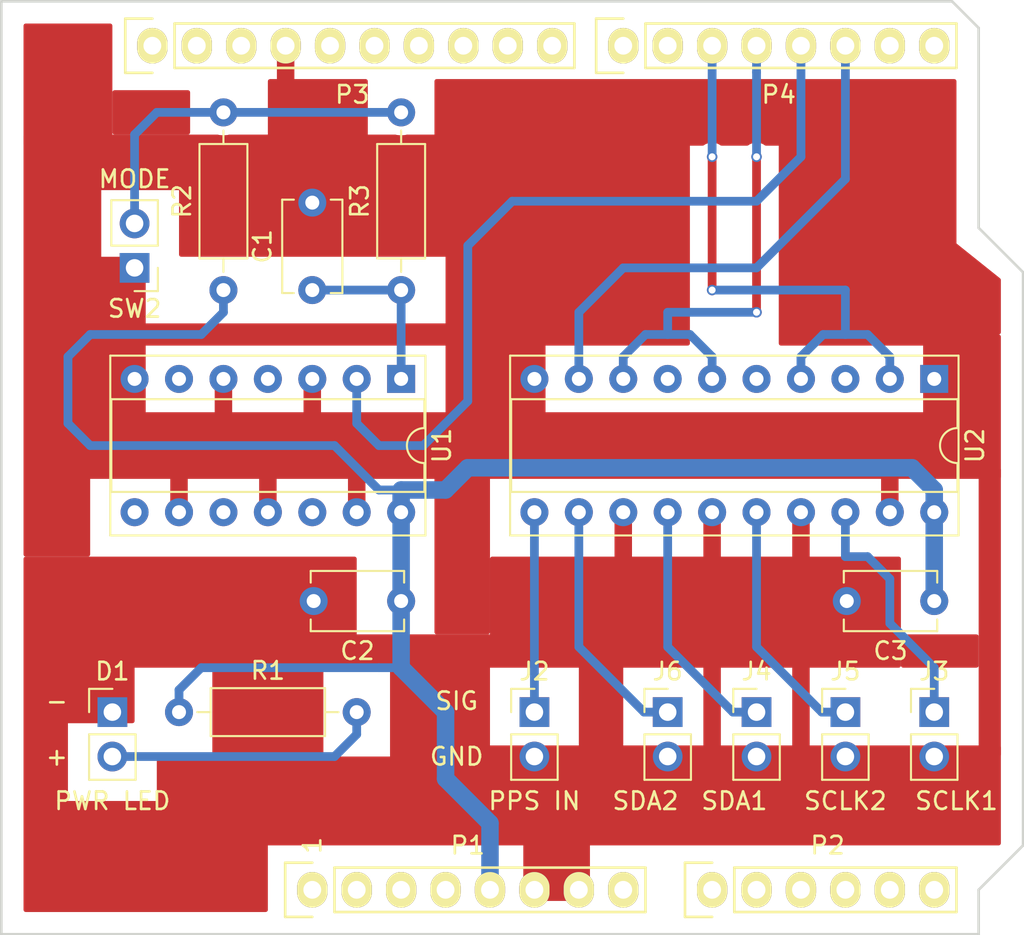
<source format=kicad_pcb>
(kicad_pcb (version 20171130) (host pcbnew 5.1.4-e60b266~84~ubuntu18.04.1)

  (general
    (thickness 1.6)
    (drawings 21)
    (tracks 108)
    (zones 0)
    (modules 19)
    (nets 47)
  )

  (page A4)
  (title_block
    (date "lun. 30 mars 2015")
  )

  (layers
    (0 F.Cu signal hide)
    (31 B.Cu signal)
    (32 B.Adhes user)
    (33 F.Adhes user)
    (34 B.Paste user)
    (35 F.Paste user)
    (36 B.SilkS user)
    (37 F.SilkS user)
    (38 B.Mask user)
    (39 F.Mask user)
    (40 Dwgs.User user)
    (41 Cmts.User user)
    (42 Eco1.User user)
    (43 Eco2.User user)
    (44 Edge.Cuts user)
    (45 Margin user)
    (46 B.CrtYd user)
    (47 F.CrtYd user)
    (48 B.Fab user)
    (49 F.Fab user hide)
  )

  (setup
    (last_trace_width 0.25)
    (user_trace_width 0.5)
    (user_trace_width 1)
    (trace_clearance 0.2)
    (zone_clearance 0.508)
    (zone_45_only yes)
    (trace_min 0.2)
    (via_size 0.6)
    (via_drill 0.4)
    (via_min_size 0.4)
    (via_min_drill 0.3)
    (uvia_size 0.3)
    (uvia_drill 0.1)
    (uvias_allowed no)
    (uvia_min_size 0.2)
    (uvia_min_drill 0.1)
    (edge_width 0.15)
    (segment_width 0.15)
    (pcb_text_width 0.3)
    (pcb_text_size 1.5 1.5)
    (mod_edge_width 0.15)
    (mod_text_size 1 1)
    (mod_text_width 0.15)
    (pad_size 4.064 4.064)
    (pad_drill 3.048)
    (pad_to_mask_clearance 0)
    (aux_axis_origin 110.998 126.365)
    (grid_origin 110.998 126.365)
    (visible_elements FFFFFF7F)
    (pcbplotparams
      (layerselection 0x00030_80000001)
      (usegerberextensions false)
      (usegerberattributes false)
      (usegerberadvancedattributes false)
      (creategerberjobfile false)
      (excludeedgelayer true)
      (linewidth 0.100000)
      (plotframeref false)
      (viasonmask false)
      (mode 1)
      (useauxorigin false)
      (hpglpennumber 1)
      (hpglpenspeed 20)
      (hpglpendiameter 15.000000)
      (psnegative false)
      (psa4output false)
      (plotreference true)
      (plotvalue true)
      (plotinvisibletext false)
      (padsonsilk false)
      (subtractmaskfromsilk false)
      (outputformat 1)
      (mirror false)
      (drillshape 1)
      (scaleselection 1)
      (outputdirectory ""))
  )

  (net 0 "")
  (net 1 /IOREF)
  (net 2 /Reset)
  (net 3 +5V)
  (net 4 GND)
  (net 5 /Vin)
  (net 6 /A0)
  (net 7 /A1)
  (net 8 /A2)
  (net 9 /A3)
  (net 10 /AREF)
  (net 11 "/A4(SDA)")
  (net 12 "/A5(SCL)")
  (net 13 "/9(**)")
  (net 14 /8)
  (net 15 /7)
  (net 16 "/6(**)")
  (net 17 "/1(Tx)")
  (net 18 "/0(Rx)")
  (net 19 "/13(SCK)")
  (net 20 "/10(**/SS)")
  (net 21 "Net-(P1-Pad1)")
  (net 22 +3V3)
  (net 23 "/12(MISO)")
  (net 24 "/11(**/MOSI)")
  (net 25 "Net-(C1-Pad1)")
  (net 26 "Net-(D1-Pad2)")
  (net 27 "Net-(J2-Pad1)")
  (net 28 "Net-(J3-Pad1)")
  (net 29 "Net-(J4-Pad1)")
  (net 30 "Net-(J5-Pad1)")
  (net 31 "Net-(J6-Pad1)")
  (net 32 "/A5(SCLB)")
  (net 33 "/A4(SDAB)")
  (net 34 SCLK)
  (net 35 SDA)
  (net 36 IRQ1)
  (net 37 IRQ0)
  (net 38 "Net-(R2-Pad2)")
  (net 39 "Net-(U1-Pad8)")
  (net 40 "Net-(U1-Pad10)")
  (net 41 "Net-(U1-Pad4)")
  (net 42 "Net-(U1-Pad12)")
  (net 43 "Net-(U1-Pad6)")
  (net 44 "Net-(U2-Pad3)")
  (net 45 "Net-(U2-Pad5)")
  (net 46 "Net-(U2-Pad7)")

  (net_class Default "This is the default net class."
    (clearance 0.2)
    (trace_width 0.25)
    (via_dia 0.6)
    (via_drill 0.4)
    (uvia_dia 0.3)
    (uvia_drill 0.1)
    (add_net +3V3)
    (add_net +5V)
    (add_net "/0(Rx)")
    (add_net "/1(Tx)")
    (add_net "/10(**/SS)")
    (add_net "/11(**/MOSI)")
    (add_net "/12(MISO)")
    (add_net "/13(SCK)")
    (add_net "/6(**)")
    (add_net /7)
    (add_net /8)
    (add_net "/9(**)")
    (add_net /A0)
    (add_net /A1)
    (add_net /A2)
    (add_net /A3)
    (add_net "/A4(SDA)")
    (add_net "/A4(SDAB)")
    (add_net "/A5(SCL)")
    (add_net "/A5(SCLB)")
    (add_net /AREF)
    (add_net /IOREF)
    (add_net /Reset)
    (add_net /Vin)
    (add_net GND)
    (add_net IRQ0)
    (add_net IRQ1)
    (add_net "Net-(C1-Pad1)")
    (add_net "Net-(D1-Pad2)")
    (add_net "Net-(J2-Pad1)")
    (add_net "Net-(J3-Pad1)")
    (add_net "Net-(J4-Pad1)")
    (add_net "Net-(J5-Pad1)")
    (add_net "Net-(J6-Pad1)")
    (add_net "Net-(P1-Pad1)")
    (add_net "Net-(R2-Pad2)")
    (add_net "Net-(U1-Pad10)")
    (add_net "Net-(U1-Pad12)")
    (add_net "Net-(U1-Pad4)")
    (add_net "Net-(U1-Pad6)")
    (add_net "Net-(U1-Pad8)")
    (add_net "Net-(U2-Pad3)")
    (add_net "Net-(U2-Pad5)")
    (add_net "Net-(U2-Pad7)")
    (add_net SCLK)
    (add_net SDA)
  )

  (module Socket_Arduino_Uno:Socket_Strip_Arduino_1x08 locked (layer F.Cu) (tedit 552168D2) (tstamp 551AF9EA)
    (at 138.938 123.825)
    (descr "Through hole socket strip")
    (tags "socket strip")
    (path /56D70129)
    (fp_text reference P1 (at 8.89 -2.54) (layer F.SilkS)
      (effects (font (size 1 1) (thickness 0.15)))
    )
    (fp_text value Power (at 8.89 -4.064) (layer F.Fab)
      (effects (font (size 1 1) (thickness 0.15)))
    )
    (fp_line (start -1.75 -1.75) (end -1.75 1.75) (layer F.CrtYd) (width 0.05))
    (fp_line (start 19.55 -1.75) (end 19.55 1.75) (layer F.CrtYd) (width 0.05))
    (fp_line (start -1.75 -1.75) (end 19.55 -1.75) (layer F.CrtYd) (width 0.05))
    (fp_line (start -1.75 1.75) (end 19.55 1.75) (layer F.CrtYd) (width 0.05))
    (fp_line (start 1.27 1.27) (end 19.05 1.27) (layer F.SilkS) (width 0.15))
    (fp_line (start 19.05 1.27) (end 19.05 -1.27) (layer F.SilkS) (width 0.15))
    (fp_line (start 19.05 -1.27) (end 1.27 -1.27) (layer F.SilkS) (width 0.15))
    (fp_line (start -1.55 1.55) (end 0 1.55) (layer F.SilkS) (width 0.15))
    (fp_line (start 1.27 1.27) (end 1.27 -1.27) (layer F.SilkS) (width 0.15))
    (fp_line (start 0 -1.55) (end -1.55 -1.55) (layer F.SilkS) (width 0.15))
    (fp_line (start -1.55 -1.55) (end -1.55 1.55) (layer F.SilkS) (width 0.15))
    (pad 1 thru_hole oval (at 0 0) (size 1.7272 2.032) (drill 1.016) (layers *.Cu *.Mask F.SilkS)
      (net 21 "Net-(P1-Pad1)"))
    (pad 2 thru_hole oval (at 2.54 0) (size 1.7272 2.032) (drill 1.016) (layers *.Cu *.Mask F.SilkS)
      (net 1 /IOREF))
    (pad 3 thru_hole oval (at 5.08 0) (size 1.7272 2.032) (drill 1.016) (layers *.Cu *.Mask F.SilkS)
      (net 2 /Reset))
    (pad 4 thru_hole oval (at 7.62 0) (size 1.7272 2.032) (drill 1.016) (layers *.Cu *.Mask F.SilkS)
      (net 22 +3V3))
    (pad 5 thru_hole oval (at 10.16 0) (size 1.7272 2.032) (drill 1.016) (layers *.Cu *.Mask F.SilkS)
      (net 3 +5V))
    (pad 6 thru_hole oval (at 12.7 0) (size 1.7272 2.032) (drill 1.016) (layers *.Cu *.Mask F.SilkS)
      (net 4 GND))
    (pad 7 thru_hole oval (at 15.24 0) (size 1.7272 2.032) (drill 1.016) (layers *.Cu *.Mask F.SilkS)
      (net 4 GND))
    (pad 8 thru_hole oval (at 17.78 0) (size 1.7272 2.032) (drill 1.016) (layers *.Cu *.Mask F.SilkS)
      (net 5 /Vin))
    (model ${KIPRJMOD}/Socket_Arduino_Uno.3dshapes/Socket_header_Arduino_1x08.wrl
      (offset (xyz 8.889999866485596 0 0))
      (scale (xyz 1 1 1))
      (rotate (xyz 0 0 180))
    )
  )

  (module Socket_Arduino_Uno:Socket_Strip_Arduino_1x06 locked (layer F.Cu) (tedit 552168D6) (tstamp 551AF9FF)
    (at 161.798 123.825)
    (descr "Through hole socket strip")
    (tags "socket strip")
    (path /56D70DD8)
    (fp_text reference P2 (at 6.604 -2.54) (layer F.SilkS)
      (effects (font (size 1 1) (thickness 0.15)))
    )
    (fp_text value Analog (at 6.604 -4.064) (layer F.Fab)
      (effects (font (size 1 1) (thickness 0.15)))
    )
    (fp_line (start -1.75 -1.75) (end -1.75 1.75) (layer F.CrtYd) (width 0.05))
    (fp_line (start 14.45 -1.75) (end 14.45 1.75) (layer F.CrtYd) (width 0.05))
    (fp_line (start -1.75 -1.75) (end 14.45 -1.75) (layer F.CrtYd) (width 0.05))
    (fp_line (start -1.75 1.75) (end 14.45 1.75) (layer F.CrtYd) (width 0.05))
    (fp_line (start 1.27 1.27) (end 13.97 1.27) (layer F.SilkS) (width 0.15))
    (fp_line (start 13.97 1.27) (end 13.97 -1.27) (layer F.SilkS) (width 0.15))
    (fp_line (start 13.97 -1.27) (end 1.27 -1.27) (layer F.SilkS) (width 0.15))
    (fp_line (start -1.55 1.55) (end 0 1.55) (layer F.SilkS) (width 0.15))
    (fp_line (start 1.27 1.27) (end 1.27 -1.27) (layer F.SilkS) (width 0.15))
    (fp_line (start 0 -1.55) (end -1.55 -1.55) (layer F.SilkS) (width 0.15))
    (fp_line (start -1.55 -1.55) (end -1.55 1.55) (layer F.SilkS) (width 0.15))
    (pad 1 thru_hole oval (at 0 0) (size 1.7272 2.032) (drill 1.016) (layers *.Cu *.Mask F.SilkS)
      (net 6 /A0))
    (pad 2 thru_hole oval (at 2.54 0) (size 1.7272 2.032) (drill 1.016) (layers *.Cu *.Mask F.SilkS)
      (net 7 /A1))
    (pad 3 thru_hole oval (at 5.08 0) (size 1.7272 2.032) (drill 1.016) (layers *.Cu *.Mask F.SilkS)
      (net 8 /A2))
    (pad 4 thru_hole oval (at 7.62 0) (size 1.7272 2.032) (drill 1.016) (layers *.Cu *.Mask F.SilkS)
      (net 9 /A3))
    (pad 5 thru_hole oval (at 10.16 0) (size 1.7272 2.032) (drill 1.016) (layers *.Cu *.Mask F.SilkS)
      (net 11 "/A4(SDA)"))
    (pad 6 thru_hole oval (at 12.7 0) (size 1.7272 2.032) (drill 1.016) (layers *.Cu *.Mask F.SilkS)
      (net 12 "/A5(SCL)"))
    (model ${KIPRJMOD}/Socket_Arduino_Uno.3dshapes/Socket_header_Arduino_1x06.wrl
      (offset (xyz 6.349999904632568 0 0))
      (scale (xyz 1 1 1))
      (rotate (xyz 0 0 180))
    )
  )

  (module Socket_Arduino_Uno:Socket_Strip_Arduino_1x10 locked (layer F.Cu) (tedit 552168BF) (tstamp 551AFA18)
    (at 129.794 75.565)
    (descr "Through hole socket strip")
    (tags "socket strip")
    (path /56D721E0)
    (fp_text reference P3 (at 11.43 2.794) (layer F.SilkS)
      (effects (font (size 1 1) (thickness 0.15)))
    )
    (fp_text value Digital (at 11.43 4.318) (layer F.Fab)
      (effects (font (size 1 1) (thickness 0.15)))
    )
    (fp_line (start -1.75 -1.75) (end -1.75 1.75) (layer F.CrtYd) (width 0.05))
    (fp_line (start 24.65 -1.75) (end 24.65 1.75) (layer F.CrtYd) (width 0.05))
    (fp_line (start -1.75 -1.75) (end 24.65 -1.75) (layer F.CrtYd) (width 0.05))
    (fp_line (start -1.75 1.75) (end 24.65 1.75) (layer F.CrtYd) (width 0.05))
    (fp_line (start 1.27 1.27) (end 24.13 1.27) (layer F.SilkS) (width 0.15))
    (fp_line (start 24.13 1.27) (end 24.13 -1.27) (layer F.SilkS) (width 0.15))
    (fp_line (start 24.13 -1.27) (end 1.27 -1.27) (layer F.SilkS) (width 0.15))
    (fp_line (start -1.55 1.55) (end 0 1.55) (layer F.SilkS) (width 0.15))
    (fp_line (start 1.27 1.27) (end 1.27 -1.27) (layer F.SilkS) (width 0.15))
    (fp_line (start 0 -1.55) (end -1.55 -1.55) (layer F.SilkS) (width 0.15))
    (fp_line (start -1.55 -1.55) (end -1.55 1.55) (layer F.SilkS) (width 0.15))
    (pad 1 thru_hole oval (at 0 0) (size 1.7272 2.032) (drill 1.016) (layers *.Cu *.Mask F.SilkS)
      (net 32 "/A5(SCLB)"))
    (pad 2 thru_hole oval (at 2.54 0) (size 1.7272 2.032) (drill 1.016) (layers *.Cu *.Mask F.SilkS)
      (net 33 "/A4(SDAB)"))
    (pad 3 thru_hole oval (at 5.08 0) (size 1.7272 2.032) (drill 1.016) (layers *.Cu *.Mask F.SilkS)
      (net 10 /AREF))
    (pad 4 thru_hole oval (at 7.62 0) (size 1.7272 2.032) (drill 1.016) (layers *.Cu *.Mask F.SilkS)
      (net 4 GND))
    (pad 5 thru_hole oval (at 10.16 0) (size 1.7272 2.032) (drill 1.016) (layers *.Cu *.Mask F.SilkS)
      (net 19 "/13(SCK)"))
    (pad 6 thru_hole oval (at 12.7 0) (size 1.7272 2.032) (drill 1.016) (layers *.Cu *.Mask F.SilkS)
      (net 23 "/12(MISO)"))
    (pad 7 thru_hole oval (at 15.24 0) (size 1.7272 2.032) (drill 1.016) (layers *.Cu *.Mask F.SilkS)
      (net 24 "/11(**/MOSI)"))
    (pad 8 thru_hole oval (at 17.78 0) (size 1.7272 2.032) (drill 1.016) (layers *.Cu *.Mask F.SilkS)
      (net 20 "/10(**/SS)"))
    (pad 9 thru_hole oval (at 20.32 0) (size 1.7272 2.032) (drill 1.016) (layers *.Cu *.Mask F.SilkS)
      (net 13 "/9(**)"))
    (pad 10 thru_hole oval (at 22.86 0) (size 1.7272 2.032) (drill 1.016) (layers *.Cu *.Mask F.SilkS)
      (net 14 /8))
    (model ${KIPRJMOD}/Socket_Arduino_Uno.3dshapes/Socket_header_Arduino_1x10.wrl
      (offset (xyz 11.42999982833862 0 0))
      (scale (xyz 1 1 1))
      (rotate (xyz 0 0 180))
    )
  )

  (module Socket_Arduino_Uno:Socket_Strip_Arduino_1x08 locked (layer F.Cu) (tedit 552168C7) (tstamp 551AFA2F)
    (at 156.718 75.565)
    (descr "Through hole socket strip")
    (tags "socket strip")
    (path /56D7164F)
    (fp_text reference P4 (at 8.89 2.794) (layer F.SilkS)
      (effects (font (size 1 1) (thickness 0.15)))
    )
    (fp_text value Digital (at 8.89 4.318) (layer F.Fab)
      (effects (font (size 1 1) (thickness 0.15)))
    )
    (fp_line (start -1.75 -1.75) (end -1.75 1.75) (layer F.CrtYd) (width 0.05))
    (fp_line (start 19.55 -1.75) (end 19.55 1.75) (layer F.CrtYd) (width 0.05))
    (fp_line (start -1.75 -1.75) (end 19.55 -1.75) (layer F.CrtYd) (width 0.05))
    (fp_line (start -1.75 1.75) (end 19.55 1.75) (layer F.CrtYd) (width 0.05))
    (fp_line (start 1.27 1.27) (end 19.05 1.27) (layer F.SilkS) (width 0.15))
    (fp_line (start 19.05 1.27) (end 19.05 -1.27) (layer F.SilkS) (width 0.15))
    (fp_line (start 19.05 -1.27) (end 1.27 -1.27) (layer F.SilkS) (width 0.15))
    (fp_line (start -1.55 1.55) (end 0 1.55) (layer F.SilkS) (width 0.15))
    (fp_line (start 1.27 1.27) (end 1.27 -1.27) (layer F.SilkS) (width 0.15))
    (fp_line (start 0 -1.55) (end -1.55 -1.55) (layer F.SilkS) (width 0.15))
    (fp_line (start -1.55 -1.55) (end -1.55 1.55) (layer F.SilkS) (width 0.15))
    (pad 1 thru_hole oval (at 0 0) (size 1.7272 2.032) (drill 1.016) (layers *.Cu *.Mask F.SilkS)
      (net 15 /7))
    (pad 2 thru_hole oval (at 2.54 0) (size 1.7272 2.032) (drill 1.016) (layers *.Cu *.Mask F.SilkS)
      (net 16 "/6(**)"))
    (pad 3 thru_hole oval (at 5.08 0) (size 1.7272 2.032) (drill 1.016) (layers *.Cu *.Mask F.SilkS)
      (net 34 SCLK))
    (pad 4 thru_hole oval (at 7.62 0) (size 1.7272 2.032) (drill 1.016) (layers *.Cu *.Mask F.SilkS)
      (net 35 SDA))
    (pad 5 thru_hole oval (at 10.16 0) (size 1.7272 2.032) (drill 1.016) (layers *.Cu *.Mask F.SilkS)
      (net 36 IRQ1))
    (pad 6 thru_hole oval (at 12.7 0) (size 1.7272 2.032) (drill 1.016) (layers *.Cu *.Mask F.SilkS)
      (net 37 IRQ0))
    (pad 7 thru_hole oval (at 15.24 0) (size 1.7272 2.032) (drill 1.016) (layers *.Cu *.Mask F.SilkS)
      (net 17 "/1(Tx)"))
    (pad 8 thru_hole oval (at 17.78 0) (size 1.7272 2.032) (drill 1.016) (layers *.Cu *.Mask F.SilkS)
      (net 18 "/0(Rx)"))
    (model ${KIPRJMOD}/Socket_Arduino_Uno.3dshapes/Socket_header_Arduino_1x08.wrl
      (offset (xyz 8.889999866485596 0 0))
      (scale (xyz 1 1 1))
      (rotate (xyz 0 0 180))
    )
  )

  (module Capacitor_THT:C_Disc_D5.1mm_W3.2mm_P5.00mm (layer F.Cu) (tedit 5AE50EF0) (tstamp 5D91EEB1)
    (at 138.938 89.535 90)
    (descr "C, Disc series, Radial, pin pitch=5.00mm, , diameter*width=5.1*3.2mm^2, Capacitor, http://www.vishay.com/docs/45233/krseries.pdf")
    (tags "C Disc series Radial pin pitch 5.00mm  diameter 5.1mm width 3.2mm Capacitor")
    (path /5D945F27)
    (fp_text reference C1 (at 2.5 -2.85 90) (layer F.SilkS)
      (effects (font (size 1 1) (thickness 0.15)))
    )
    (fp_text value 0.1uF (at 2.5 2.85 90) (layer F.Fab)
      (effects (font (size 1 1) (thickness 0.15)))
    )
    (fp_line (start -0.05 -1.6) (end -0.05 1.6) (layer F.Fab) (width 0.1))
    (fp_line (start -0.05 1.6) (end 5.05 1.6) (layer F.Fab) (width 0.1))
    (fp_line (start 5.05 1.6) (end 5.05 -1.6) (layer F.Fab) (width 0.1))
    (fp_line (start 5.05 -1.6) (end -0.05 -1.6) (layer F.Fab) (width 0.1))
    (fp_line (start -0.17 -1.721) (end 5.17 -1.721) (layer F.SilkS) (width 0.12))
    (fp_line (start -0.17 1.721) (end 5.17 1.721) (layer F.SilkS) (width 0.12))
    (fp_line (start -0.17 -1.721) (end -0.17 -1.055) (layer F.SilkS) (width 0.12))
    (fp_line (start -0.17 1.055) (end -0.17 1.721) (layer F.SilkS) (width 0.12))
    (fp_line (start 5.17 -1.721) (end 5.17 -1.055) (layer F.SilkS) (width 0.12))
    (fp_line (start 5.17 1.055) (end 5.17 1.721) (layer F.SilkS) (width 0.12))
    (fp_line (start -1.05 -1.85) (end -1.05 1.85) (layer F.CrtYd) (width 0.05))
    (fp_line (start -1.05 1.85) (end 6.05 1.85) (layer F.CrtYd) (width 0.05))
    (fp_line (start 6.05 1.85) (end 6.05 -1.85) (layer F.CrtYd) (width 0.05))
    (fp_line (start 6.05 -1.85) (end -1.05 -1.85) (layer F.CrtYd) (width 0.05))
    (fp_text user %R (at 2.5 0 90) (layer F.Fab)
      (effects (font (size 1 1) (thickness 0.15)))
    )
    (pad 1 thru_hole circle (at 0 0 90) (size 1.6 1.6) (drill 0.8) (layers *.Cu *.Mask)
      (net 25 "Net-(C1-Pad1)"))
    (pad 2 thru_hole circle (at 5 0 90) (size 1.6 1.6) (drill 0.8) (layers *.Cu *.Mask)
      (net 4 GND))
    (model ${KISYS3DMOD}/Capacitor_THT.3dshapes/C_Disc_D5.1mm_W3.2mm_P5.00mm.wrl
      (at (xyz 0 0 0))
      (scale (xyz 1 1 1))
      (rotate (xyz 0 0 0))
    )
  )

  (module Capacitor_THT:C_Disc_D5.1mm_W3.2mm_P5.00mm (layer F.Cu) (tedit 5AE50EF0) (tstamp 5D91F606)
    (at 144.018 107.315 180)
    (descr "C, Disc series, Radial, pin pitch=5.00mm, , diameter*width=5.1*3.2mm^2, Capacitor, http://www.vishay.com/docs/45233/krseries.pdf")
    (tags "C Disc series Radial pin pitch 5.00mm  diameter 5.1mm width 3.2mm Capacitor")
    (path /5D95043F)
    (fp_text reference C2 (at 2.5 -2.85) (layer F.SilkS)
      (effects (font (size 1 1) (thickness 0.15)))
    )
    (fp_text value 0.1uF (at 2.5 2.85) (layer F.Fab)
      (effects (font (size 1 1) (thickness 0.15)))
    )
    (fp_text user %R (at 2.5 0) (layer F.Fab)
      (effects (font (size 1 1) (thickness 0.15)))
    )
    (fp_line (start 6.05 -1.85) (end -1.05 -1.85) (layer F.CrtYd) (width 0.05))
    (fp_line (start 6.05 1.85) (end 6.05 -1.85) (layer F.CrtYd) (width 0.05))
    (fp_line (start -1.05 1.85) (end 6.05 1.85) (layer F.CrtYd) (width 0.05))
    (fp_line (start -1.05 -1.85) (end -1.05 1.85) (layer F.CrtYd) (width 0.05))
    (fp_line (start 5.17 1.055) (end 5.17 1.721) (layer F.SilkS) (width 0.12))
    (fp_line (start 5.17 -1.721) (end 5.17 -1.055) (layer F.SilkS) (width 0.12))
    (fp_line (start -0.17 1.055) (end -0.17 1.721) (layer F.SilkS) (width 0.12))
    (fp_line (start -0.17 -1.721) (end -0.17 -1.055) (layer F.SilkS) (width 0.12))
    (fp_line (start -0.17 1.721) (end 5.17 1.721) (layer F.SilkS) (width 0.12))
    (fp_line (start -0.17 -1.721) (end 5.17 -1.721) (layer F.SilkS) (width 0.12))
    (fp_line (start 5.05 -1.6) (end -0.05 -1.6) (layer F.Fab) (width 0.1))
    (fp_line (start 5.05 1.6) (end 5.05 -1.6) (layer F.Fab) (width 0.1))
    (fp_line (start -0.05 1.6) (end 5.05 1.6) (layer F.Fab) (width 0.1))
    (fp_line (start -0.05 -1.6) (end -0.05 1.6) (layer F.Fab) (width 0.1))
    (pad 2 thru_hole circle (at 5 0 180) (size 1.6 1.6) (drill 0.8) (layers *.Cu *.Mask)
      (net 4 GND))
    (pad 1 thru_hole circle (at 0 0 180) (size 1.6 1.6) (drill 0.8) (layers *.Cu *.Mask)
      (net 3 +5V))
    (model ${KISYS3DMOD}/Capacitor_THT.3dshapes/C_Disc_D5.1mm_W3.2mm_P5.00mm.wrl
      (at (xyz 0 0 0))
      (scale (xyz 1 1 1))
      (rotate (xyz 0 0 0))
    )
  )

  (module Capacitor_THT:C_Disc_D5.1mm_W3.2mm_P5.00mm (layer F.Cu) (tedit 5AE50EF0) (tstamp 5D920566)
    (at 174.498 107.315 180)
    (descr "C, Disc series, Radial, pin pitch=5.00mm, , diameter*width=5.1*3.2mm^2, Capacitor, http://www.vishay.com/docs/45233/krseries.pdf")
    (tags "C Disc series Radial pin pitch 5.00mm  diameter 5.1mm width 3.2mm Capacitor")
    (path /5D9E1969)
    (fp_text reference C3 (at 2.5 -2.85) (layer F.SilkS)
      (effects (font (size 1 1) (thickness 0.15)))
    )
    (fp_text value 0.1uF (at 2.5 2.85) (layer F.Fab)
      (effects (font (size 1 1) (thickness 0.15)))
    )
    (fp_line (start -0.05 -1.6) (end -0.05 1.6) (layer F.Fab) (width 0.1))
    (fp_line (start -0.05 1.6) (end 5.05 1.6) (layer F.Fab) (width 0.1))
    (fp_line (start 5.05 1.6) (end 5.05 -1.6) (layer F.Fab) (width 0.1))
    (fp_line (start 5.05 -1.6) (end -0.05 -1.6) (layer F.Fab) (width 0.1))
    (fp_line (start -0.17 -1.721) (end 5.17 -1.721) (layer F.SilkS) (width 0.12))
    (fp_line (start -0.17 1.721) (end 5.17 1.721) (layer F.SilkS) (width 0.12))
    (fp_line (start -0.17 -1.721) (end -0.17 -1.055) (layer F.SilkS) (width 0.12))
    (fp_line (start -0.17 1.055) (end -0.17 1.721) (layer F.SilkS) (width 0.12))
    (fp_line (start 5.17 -1.721) (end 5.17 -1.055) (layer F.SilkS) (width 0.12))
    (fp_line (start 5.17 1.055) (end 5.17 1.721) (layer F.SilkS) (width 0.12))
    (fp_line (start -1.05 -1.85) (end -1.05 1.85) (layer F.CrtYd) (width 0.05))
    (fp_line (start -1.05 1.85) (end 6.05 1.85) (layer F.CrtYd) (width 0.05))
    (fp_line (start 6.05 1.85) (end 6.05 -1.85) (layer F.CrtYd) (width 0.05))
    (fp_line (start 6.05 -1.85) (end -1.05 -1.85) (layer F.CrtYd) (width 0.05))
    (fp_text user %R (at 2.5 0) (layer F.Fab)
      (effects (font (size 1 1) (thickness 0.15)))
    )
    (pad 1 thru_hole circle (at 0 0 180) (size 1.6 1.6) (drill 0.8) (layers *.Cu *.Mask)
      (net 3 +5V))
    (pad 2 thru_hole circle (at 5 0 180) (size 1.6 1.6) (drill 0.8) (layers *.Cu *.Mask)
      (net 4 GND))
    (model ${KISYS3DMOD}/Capacitor_THT.3dshapes/C_Disc_D5.1mm_W3.2mm_P5.00mm.wrl
      (at (xyz 0 0 0))
      (scale (xyz 1 1 1))
      (rotate (xyz 0 0 0))
    )
  )

  (module Connector_PinHeader_2.54mm:PinHeader_1x02_P2.54mm_Vertical (layer F.Cu) (tedit 59FED5CC) (tstamp 5D91EEF1)
    (at 127.508 113.665)
    (descr "Through hole straight pin header, 1x02, 2.54mm pitch, single row")
    (tags "Through hole pin header THT 1x02 2.54mm single row")
    (path /5D9106B4)
    (fp_text reference D1 (at 0 -2.33) (layer F.SilkS)
      (effects (font (size 1 1) (thickness 0.15)))
    )
    (fp_text value "PWR LED" (at 0 4.87) (layer F.Fab)
      (effects (font (size 1 1) (thickness 0.15)))
    )
    (fp_line (start -0.635 -1.27) (end 1.27 -1.27) (layer F.Fab) (width 0.1))
    (fp_line (start 1.27 -1.27) (end 1.27 3.81) (layer F.Fab) (width 0.1))
    (fp_line (start 1.27 3.81) (end -1.27 3.81) (layer F.Fab) (width 0.1))
    (fp_line (start -1.27 3.81) (end -1.27 -0.635) (layer F.Fab) (width 0.1))
    (fp_line (start -1.27 -0.635) (end -0.635 -1.27) (layer F.Fab) (width 0.1))
    (fp_line (start -1.33 3.87) (end 1.33 3.87) (layer F.SilkS) (width 0.12))
    (fp_line (start -1.33 1.27) (end -1.33 3.87) (layer F.SilkS) (width 0.12))
    (fp_line (start 1.33 1.27) (end 1.33 3.87) (layer F.SilkS) (width 0.12))
    (fp_line (start -1.33 1.27) (end 1.33 1.27) (layer F.SilkS) (width 0.12))
    (fp_line (start -1.33 0) (end -1.33 -1.33) (layer F.SilkS) (width 0.12))
    (fp_line (start -1.33 -1.33) (end 0 -1.33) (layer F.SilkS) (width 0.12))
    (fp_line (start -1.8 -1.8) (end -1.8 4.35) (layer F.CrtYd) (width 0.05))
    (fp_line (start -1.8 4.35) (end 1.8 4.35) (layer F.CrtYd) (width 0.05))
    (fp_line (start 1.8 4.35) (end 1.8 -1.8) (layer F.CrtYd) (width 0.05))
    (fp_line (start 1.8 -1.8) (end -1.8 -1.8) (layer F.CrtYd) (width 0.05))
    (fp_text user %R (at 0 1.27 90) (layer F.Fab)
      (effects (font (size 1 1) (thickness 0.15)))
    )
    (pad 1 thru_hole rect (at 0 0) (size 1.7 1.7) (drill 1) (layers *.Cu *.Mask)
      (net 4 GND))
    (pad 2 thru_hole oval (at 0 2.54) (size 1.7 1.7) (drill 1) (layers *.Cu *.Mask)
      (net 26 "Net-(D1-Pad2)"))
    (model ${KISYS3DMOD}/Connector_PinHeader_2.54mm.3dshapes/PinHeader_1x02_P2.54mm_Vertical.wrl
      (at (xyz 0 0 0))
      (scale (xyz 1 1 1))
      (rotate (xyz 0 0 0))
    )
  )

  (module Connector_PinHeader_2.54mm:PinHeader_1x02_P2.54mm_Vertical (layer F.Cu) (tedit 59FED5CC) (tstamp 5D92D06B)
    (at 151.638 113.665)
    (descr "Through hole straight pin header, 1x02, 2.54mm pitch, single row")
    (tags "Through hole pin header THT 1x02 2.54mm single row")
    (path /5D99D4CD)
    (fp_text reference J2 (at 0 -2.33) (layer F.SilkS)
      (effects (font (size 1 1) (thickness 0.15)))
    )
    (fp_text value "PPS IN" (at 0 4.87) (layer F.Fab)
      (effects (font (size 1 1) (thickness 0.15)))
    )
    (fp_text user %R (at 0 1.27 90) (layer F.Fab)
      (effects (font (size 1 1) (thickness 0.15)))
    )
    (fp_line (start 1.8 -1.8) (end -1.8 -1.8) (layer F.CrtYd) (width 0.05))
    (fp_line (start 1.8 4.35) (end 1.8 -1.8) (layer F.CrtYd) (width 0.05))
    (fp_line (start -1.8 4.35) (end 1.8 4.35) (layer F.CrtYd) (width 0.05))
    (fp_line (start -1.8 -1.8) (end -1.8 4.35) (layer F.CrtYd) (width 0.05))
    (fp_line (start -1.33 -1.33) (end 0 -1.33) (layer F.SilkS) (width 0.12))
    (fp_line (start -1.33 0) (end -1.33 -1.33) (layer F.SilkS) (width 0.12))
    (fp_line (start -1.33 1.27) (end 1.33 1.27) (layer F.SilkS) (width 0.12))
    (fp_line (start 1.33 1.27) (end 1.33 3.87) (layer F.SilkS) (width 0.12))
    (fp_line (start -1.33 1.27) (end -1.33 3.87) (layer F.SilkS) (width 0.12))
    (fp_line (start -1.33 3.87) (end 1.33 3.87) (layer F.SilkS) (width 0.12))
    (fp_line (start -1.27 -0.635) (end -0.635 -1.27) (layer F.Fab) (width 0.1))
    (fp_line (start -1.27 3.81) (end -1.27 -0.635) (layer F.Fab) (width 0.1))
    (fp_line (start 1.27 3.81) (end -1.27 3.81) (layer F.Fab) (width 0.1))
    (fp_line (start 1.27 -1.27) (end 1.27 3.81) (layer F.Fab) (width 0.1))
    (fp_line (start -0.635 -1.27) (end 1.27 -1.27) (layer F.Fab) (width 0.1))
    (pad 2 thru_hole oval (at 0 2.54) (size 1.7 1.7) (drill 1) (layers *.Cu *.Mask)
      (net 4 GND))
    (pad 1 thru_hole rect (at 0 0) (size 1.7 1.7) (drill 1) (layers *.Cu *.Mask)
      (net 27 "Net-(J2-Pad1)"))
    (model ${KISYS3DMOD}/Connector_PinHeader_2.54mm.3dshapes/PinHeader_1x02_P2.54mm_Vertical.wrl
      (at (xyz 0 0 0))
      (scale (xyz 1 1 1))
      (rotate (xyz 0 0 0))
    )
  )

  (module Connector_PinHeader_2.54mm:PinHeader_1x02_P2.54mm_Vertical (layer F.Cu) (tedit 59FED5CC) (tstamp 5D91EF1D)
    (at 174.498 113.665)
    (descr "Through hole straight pin header, 1x02, 2.54mm pitch, single row")
    (tags "Through hole pin header THT 1x02 2.54mm single row")
    (path /5DAE9868)
    (fp_text reference J3 (at 0 -2.33) (layer F.SilkS)
      (effects (font (size 1 1) (thickness 0.15)))
    )
    (fp_text value SCLK1 (at 0 4.87) (layer F.Fab)
      (effects (font (size 1 1) (thickness 0.15)))
    )
    (fp_text user %R (at 0 1.27 90) (layer F.Fab)
      (effects (font (size 1 1) (thickness 0.15)))
    )
    (fp_line (start 1.8 -1.8) (end -1.8 -1.8) (layer F.CrtYd) (width 0.05))
    (fp_line (start 1.8 4.35) (end 1.8 -1.8) (layer F.CrtYd) (width 0.05))
    (fp_line (start -1.8 4.35) (end 1.8 4.35) (layer F.CrtYd) (width 0.05))
    (fp_line (start -1.8 -1.8) (end -1.8 4.35) (layer F.CrtYd) (width 0.05))
    (fp_line (start -1.33 -1.33) (end 0 -1.33) (layer F.SilkS) (width 0.12))
    (fp_line (start -1.33 0) (end -1.33 -1.33) (layer F.SilkS) (width 0.12))
    (fp_line (start -1.33 1.27) (end 1.33 1.27) (layer F.SilkS) (width 0.12))
    (fp_line (start 1.33 1.27) (end 1.33 3.87) (layer F.SilkS) (width 0.12))
    (fp_line (start -1.33 1.27) (end -1.33 3.87) (layer F.SilkS) (width 0.12))
    (fp_line (start -1.33 3.87) (end 1.33 3.87) (layer F.SilkS) (width 0.12))
    (fp_line (start -1.27 -0.635) (end -0.635 -1.27) (layer F.Fab) (width 0.1))
    (fp_line (start -1.27 3.81) (end -1.27 -0.635) (layer F.Fab) (width 0.1))
    (fp_line (start 1.27 3.81) (end -1.27 3.81) (layer F.Fab) (width 0.1))
    (fp_line (start 1.27 -1.27) (end 1.27 3.81) (layer F.Fab) (width 0.1))
    (fp_line (start -0.635 -1.27) (end 1.27 -1.27) (layer F.Fab) (width 0.1))
    (pad 2 thru_hole oval (at 0 2.54) (size 1.7 1.7) (drill 1) (layers *.Cu *.Mask)
      (net 4 GND))
    (pad 1 thru_hole rect (at 0 0) (size 1.7 1.7) (drill 1) (layers *.Cu *.Mask)
      (net 28 "Net-(J3-Pad1)"))
    (model ${KISYS3DMOD}/Connector_PinHeader_2.54mm.3dshapes/PinHeader_1x02_P2.54mm_Vertical.wrl
      (at (xyz 0 0 0))
      (scale (xyz 1 1 1))
      (rotate (xyz 0 0 0))
    )
  )

  (module Connector_PinHeader_2.54mm:PinHeader_1x02_P2.54mm_Vertical (layer F.Cu) (tedit 59FED5CC) (tstamp 5D929E7E)
    (at 164.338 113.665)
    (descr "Through hole straight pin header, 1x02, 2.54mm pitch, single row")
    (tags "Through hole pin header THT 1x02 2.54mm single row")
    (path /5DB02148)
    (fp_text reference J4 (at 0 -2.33) (layer F.SilkS)
      (effects (font (size 1 1) (thickness 0.15)))
    )
    (fp_text value SDA1 (at 0 4.87) (layer F.Fab)
      (effects (font (size 1 1) (thickness 0.15)))
    )
    (fp_line (start -0.635 -1.27) (end 1.27 -1.27) (layer F.Fab) (width 0.1))
    (fp_line (start 1.27 -1.27) (end 1.27 3.81) (layer F.Fab) (width 0.1))
    (fp_line (start 1.27 3.81) (end -1.27 3.81) (layer F.Fab) (width 0.1))
    (fp_line (start -1.27 3.81) (end -1.27 -0.635) (layer F.Fab) (width 0.1))
    (fp_line (start -1.27 -0.635) (end -0.635 -1.27) (layer F.Fab) (width 0.1))
    (fp_line (start -1.33 3.87) (end 1.33 3.87) (layer F.SilkS) (width 0.12))
    (fp_line (start -1.33 1.27) (end -1.33 3.87) (layer F.SilkS) (width 0.12))
    (fp_line (start 1.33 1.27) (end 1.33 3.87) (layer F.SilkS) (width 0.12))
    (fp_line (start -1.33 1.27) (end 1.33 1.27) (layer F.SilkS) (width 0.12))
    (fp_line (start -1.33 0) (end -1.33 -1.33) (layer F.SilkS) (width 0.12))
    (fp_line (start -1.33 -1.33) (end 0 -1.33) (layer F.SilkS) (width 0.12))
    (fp_line (start -1.8 -1.8) (end -1.8 4.35) (layer F.CrtYd) (width 0.05))
    (fp_line (start -1.8 4.35) (end 1.8 4.35) (layer F.CrtYd) (width 0.05))
    (fp_line (start 1.8 4.35) (end 1.8 -1.8) (layer F.CrtYd) (width 0.05))
    (fp_line (start 1.8 -1.8) (end -1.8 -1.8) (layer F.CrtYd) (width 0.05))
    (fp_text user %R (at 0 1.27 90) (layer F.Fab)
      (effects (font (size 1 1) (thickness 0.15)))
    )
    (pad 1 thru_hole rect (at 0 0) (size 1.7 1.7) (drill 1) (layers *.Cu *.Mask)
      (net 29 "Net-(J4-Pad1)"))
    (pad 2 thru_hole oval (at 0 2.54) (size 1.7 1.7) (drill 1) (layers *.Cu *.Mask)
      (net 4 GND))
    (model ${KISYS3DMOD}/Connector_PinHeader_2.54mm.3dshapes/PinHeader_1x02_P2.54mm_Vertical.wrl
      (at (xyz 0 0 0))
      (scale (xyz 1 1 1))
      (rotate (xyz 0 0 0))
    )
  )

  (module Connector_PinHeader_2.54mm:PinHeader_1x02_P2.54mm_Vertical (layer F.Cu) (tedit 59FED5CC) (tstamp 5D929DE9)
    (at 169.418 113.665)
    (descr "Through hole straight pin header, 1x02, 2.54mm pitch, single row")
    (tags "Through hole pin header THT 1x02 2.54mm single row")
    (path /5DB18129)
    (fp_text reference J5 (at 0 -2.33) (layer F.SilkS)
      (effects (font (size 1 1) (thickness 0.15)))
    )
    (fp_text value SCLK2 (at 0 4.87) (layer F.Fab)
      (effects (font (size 1 1) (thickness 0.15)))
    )
    (fp_text user %R (at 0 1.27 90) (layer F.Fab)
      (effects (font (size 1 1) (thickness 0.15)))
    )
    (fp_line (start 1.8 -1.8) (end -1.8 -1.8) (layer F.CrtYd) (width 0.05))
    (fp_line (start 1.8 4.35) (end 1.8 -1.8) (layer F.CrtYd) (width 0.05))
    (fp_line (start -1.8 4.35) (end 1.8 4.35) (layer F.CrtYd) (width 0.05))
    (fp_line (start -1.8 -1.8) (end -1.8 4.35) (layer F.CrtYd) (width 0.05))
    (fp_line (start -1.33 -1.33) (end 0 -1.33) (layer F.SilkS) (width 0.12))
    (fp_line (start -1.33 0) (end -1.33 -1.33) (layer F.SilkS) (width 0.12))
    (fp_line (start -1.33 1.27) (end 1.33 1.27) (layer F.SilkS) (width 0.12))
    (fp_line (start 1.33 1.27) (end 1.33 3.87) (layer F.SilkS) (width 0.12))
    (fp_line (start -1.33 1.27) (end -1.33 3.87) (layer F.SilkS) (width 0.12))
    (fp_line (start -1.33 3.87) (end 1.33 3.87) (layer F.SilkS) (width 0.12))
    (fp_line (start -1.27 -0.635) (end -0.635 -1.27) (layer F.Fab) (width 0.1))
    (fp_line (start -1.27 3.81) (end -1.27 -0.635) (layer F.Fab) (width 0.1))
    (fp_line (start 1.27 3.81) (end -1.27 3.81) (layer F.Fab) (width 0.1))
    (fp_line (start 1.27 -1.27) (end 1.27 3.81) (layer F.Fab) (width 0.1))
    (fp_line (start -0.635 -1.27) (end 1.27 -1.27) (layer F.Fab) (width 0.1))
    (pad 2 thru_hole oval (at 0 2.54) (size 1.7 1.7) (drill 1) (layers *.Cu *.Mask)
      (net 4 GND))
    (pad 1 thru_hole rect (at 0 0) (size 1.7 1.7) (drill 1) (layers *.Cu *.Mask)
      (net 30 "Net-(J5-Pad1)"))
    (model ${KISYS3DMOD}/Connector_PinHeader_2.54mm.3dshapes/PinHeader_1x02_P2.54mm_Vertical.wrl
      (at (xyz 0 0 0))
      (scale (xyz 1 1 1))
      (rotate (xyz 0 0 0))
    )
  )

  (module Connector_PinHeader_2.54mm:PinHeader_1x02_P2.54mm_Vertical (layer F.Cu) (tedit 59FED5CC) (tstamp 5D91EF5F)
    (at 159.258 113.665)
    (descr "Through hole straight pin header, 1x02, 2.54mm pitch, single row")
    (tags "Through hole pin header THT 1x02 2.54mm single row")
    (path /5DB18C97)
    (fp_text reference J6 (at 0 -2.33) (layer F.SilkS)
      (effects (font (size 1 1) (thickness 0.15)))
    )
    (fp_text value SDA2 (at 0 4.87) (layer F.Fab)
      (effects (font (size 1 1) (thickness 0.15)))
    )
    (fp_line (start -0.635 -1.27) (end 1.27 -1.27) (layer F.Fab) (width 0.1))
    (fp_line (start 1.27 -1.27) (end 1.27 3.81) (layer F.Fab) (width 0.1))
    (fp_line (start 1.27 3.81) (end -1.27 3.81) (layer F.Fab) (width 0.1))
    (fp_line (start -1.27 3.81) (end -1.27 -0.635) (layer F.Fab) (width 0.1))
    (fp_line (start -1.27 -0.635) (end -0.635 -1.27) (layer F.Fab) (width 0.1))
    (fp_line (start -1.33 3.87) (end 1.33 3.87) (layer F.SilkS) (width 0.12))
    (fp_line (start -1.33 1.27) (end -1.33 3.87) (layer F.SilkS) (width 0.12))
    (fp_line (start 1.33 1.27) (end 1.33 3.87) (layer F.SilkS) (width 0.12))
    (fp_line (start -1.33 1.27) (end 1.33 1.27) (layer F.SilkS) (width 0.12))
    (fp_line (start -1.33 0) (end -1.33 -1.33) (layer F.SilkS) (width 0.12))
    (fp_line (start -1.33 -1.33) (end 0 -1.33) (layer F.SilkS) (width 0.12))
    (fp_line (start -1.8 -1.8) (end -1.8 4.35) (layer F.CrtYd) (width 0.05))
    (fp_line (start -1.8 4.35) (end 1.8 4.35) (layer F.CrtYd) (width 0.05))
    (fp_line (start 1.8 4.35) (end 1.8 -1.8) (layer F.CrtYd) (width 0.05))
    (fp_line (start 1.8 -1.8) (end -1.8 -1.8) (layer F.CrtYd) (width 0.05))
    (fp_text user %R (at 0 1.27 90) (layer F.Fab)
      (effects (font (size 1 1) (thickness 0.15)))
    )
    (pad 1 thru_hole rect (at 0 0) (size 1.7 1.7) (drill 1) (layers *.Cu *.Mask)
      (net 31 "Net-(J6-Pad1)"))
    (pad 2 thru_hole oval (at 0 2.54) (size 1.7 1.7) (drill 1) (layers *.Cu *.Mask)
      (net 4 GND))
    (model ${KISYS3DMOD}/Connector_PinHeader_2.54mm.3dshapes/PinHeader_1x02_P2.54mm_Vertical.wrl
      (at (xyz 0 0 0))
      (scale (xyz 1 1 1))
      (rotate (xyz 0 0 0))
    )
  )

  (module Resistor_THT:R_Axial_DIN0207_L6.3mm_D2.5mm_P10.16mm_Horizontal (layer F.Cu) (tedit 5AE5139B) (tstamp 5D91EF76)
    (at 131.318 113.665)
    (descr "Resistor, Axial_DIN0207 series, Axial, Horizontal, pin pitch=10.16mm, 0.25W = 1/4W, length*diameter=6.3*2.5mm^2, http://cdn-reichelt.de/documents/datenblatt/B400/1_4W%23YAG.pdf")
    (tags "Resistor Axial_DIN0207 series Axial Horizontal pin pitch 10.16mm 0.25W = 1/4W length 6.3mm diameter 2.5mm")
    (path /5D91945E)
    (fp_text reference R1 (at 5.08 -2.37) (layer F.SilkS)
      (effects (font (size 1 1) (thickness 0.15)))
    )
    (fp_text value 470R (at 5.08 2.37) (layer F.Fab)
      (effects (font (size 1 1) (thickness 0.15)))
    )
    (fp_line (start 1.93 -1.25) (end 1.93 1.25) (layer F.Fab) (width 0.1))
    (fp_line (start 1.93 1.25) (end 8.23 1.25) (layer F.Fab) (width 0.1))
    (fp_line (start 8.23 1.25) (end 8.23 -1.25) (layer F.Fab) (width 0.1))
    (fp_line (start 8.23 -1.25) (end 1.93 -1.25) (layer F.Fab) (width 0.1))
    (fp_line (start 0 0) (end 1.93 0) (layer F.Fab) (width 0.1))
    (fp_line (start 10.16 0) (end 8.23 0) (layer F.Fab) (width 0.1))
    (fp_line (start 1.81 -1.37) (end 1.81 1.37) (layer F.SilkS) (width 0.12))
    (fp_line (start 1.81 1.37) (end 8.35 1.37) (layer F.SilkS) (width 0.12))
    (fp_line (start 8.35 1.37) (end 8.35 -1.37) (layer F.SilkS) (width 0.12))
    (fp_line (start 8.35 -1.37) (end 1.81 -1.37) (layer F.SilkS) (width 0.12))
    (fp_line (start 1.04 0) (end 1.81 0) (layer F.SilkS) (width 0.12))
    (fp_line (start 9.12 0) (end 8.35 0) (layer F.SilkS) (width 0.12))
    (fp_line (start -1.05 -1.5) (end -1.05 1.5) (layer F.CrtYd) (width 0.05))
    (fp_line (start -1.05 1.5) (end 11.21 1.5) (layer F.CrtYd) (width 0.05))
    (fp_line (start 11.21 1.5) (end 11.21 -1.5) (layer F.CrtYd) (width 0.05))
    (fp_line (start 11.21 -1.5) (end -1.05 -1.5) (layer F.CrtYd) (width 0.05))
    (fp_text user %R (at 5.08 0) (layer F.Fab)
      (effects (font (size 1 1) (thickness 0.15)))
    )
    (pad 1 thru_hole circle (at 0 0) (size 1.6 1.6) (drill 0.8) (layers *.Cu *.Mask)
      (net 3 +5V))
    (pad 2 thru_hole oval (at 10.16 0) (size 1.6 1.6) (drill 0.8) (layers *.Cu *.Mask)
      (net 26 "Net-(D1-Pad2)"))
    (model ${KISYS3DMOD}/Resistor_THT.3dshapes/R_Axial_DIN0207_L6.3mm_D2.5mm_P10.16mm_Horizontal.wrl
      (at (xyz 0 0 0))
      (scale (xyz 1 1 1))
      (rotate (xyz 0 0 0))
    )
  )

  (module Resistor_THT:R_Axial_DIN0207_L6.3mm_D2.5mm_P10.16mm_Horizontal (layer F.Cu) (tedit 5AE5139B) (tstamp 5D91EF8D)
    (at 133.858 89.535 90)
    (descr "Resistor, Axial_DIN0207 series, Axial, Horizontal, pin pitch=10.16mm, 0.25W = 1/4W, length*diameter=6.3*2.5mm^2, http://cdn-reichelt.de/documents/datenblatt/B400/1_4W%23YAG.pdf")
    (tags "Resistor Axial_DIN0207 series Axial Horizontal pin pitch 10.16mm 0.25W = 1/4W length 6.3mm diameter 2.5mm")
    (path /5D9404E5)
    (fp_text reference R2 (at 5.08 -2.37 90) (layer F.SilkS)
      (effects (font (size 1 1) (thickness 0.15)))
    )
    (fp_text value 10K (at 5.08 2.37 90) (layer F.Fab)
      (effects (font (size 1 1) (thickness 0.15)))
    )
    (fp_text user %R (at 5.08 0 90) (layer F.Fab)
      (effects (font (size 1 1) (thickness 0.15)))
    )
    (fp_line (start 11.21 -1.5) (end -1.05 -1.5) (layer F.CrtYd) (width 0.05))
    (fp_line (start 11.21 1.5) (end 11.21 -1.5) (layer F.CrtYd) (width 0.05))
    (fp_line (start -1.05 1.5) (end 11.21 1.5) (layer F.CrtYd) (width 0.05))
    (fp_line (start -1.05 -1.5) (end -1.05 1.5) (layer F.CrtYd) (width 0.05))
    (fp_line (start 9.12 0) (end 8.35 0) (layer F.SilkS) (width 0.12))
    (fp_line (start 1.04 0) (end 1.81 0) (layer F.SilkS) (width 0.12))
    (fp_line (start 8.35 -1.37) (end 1.81 -1.37) (layer F.SilkS) (width 0.12))
    (fp_line (start 8.35 1.37) (end 8.35 -1.37) (layer F.SilkS) (width 0.12))
    (fp_line (start 1.81 1.37) (end 8.35 1.37) (layer F.SilkS) (width 0.12))
    (fp_line (start 1.81 -1.37) (end 1.81 1.37) (layer F.SilkS) (width 0.12))
    (fp_line (start 10.16 0) (end 8.23 0) (layer F.Fab) (width 0.1))
    (fp_line (start 0 0) (end 1.93 0) (layer F.Fab) (width 0.1))
    (fp_line (start 8.23 -1.25) (end 1.93 -1.25) (layer F.Fab) (width 0.1))
    (fp_line (start 8.23 1.25) (end 8.23 -1.25) (layer F.Fab) (width 0.1))
    (fp_line (start 1.93 1.25) (end 8.23 1.25) (layer F.Fab) (width 0.1))
    (fp_line (start 1.93 -1.25) (end 1.93 1.25) (layer F.Fab) (width 0.1))
    (pad 2 thru_hole oval (at 10.16 0 90) (size 1.6 1.6) (drill 0.8) (layers *.Cu *.Mask)
      (net 38 "Net-(R2-Pad2)"))
    (pad 1 thru_hole circle (at 0 0 90) (size 1.6 1.6) (drill 0.8) (layers *.Cu *.Mask)
      (net 3 +5V))
    (model ${KISYS3DMOD}/Resistor_THT.3dshapes/R_Axial_DIN0207_L6.3mm_D2.5mm_P10.16mm_Horizontal.wrl
      (at (xyz 0 0 0))
      (scale (xyz 1 1 1))
      (rotate (xyz 0 0 0))
    )
  )

  (module Resistor_THT:R_Axial_DIN0207_L6.3mm_D2.5mm_P10.16mm_Horizontal (layer F.Cu) (tedit 5AE5139B) (tstamp 5D91EFA4)
    (at 144.018 89.535 90)
    (descr "Resistor, Axial_DIN0207 series, Axial, Horizontal, pin pitch=10.16mm, 0.25W = 1/4W, length*diameter=6.3*2.5mm^2, http://cdn-reichelt.de/documents/datenblatt/B400/1_4W%23YAG.pdf")
    (tags "Resistor Axial_DIN0207 series Axial Horizontal pin pitch 10.16mm 0.25W = 1/4W length 6.3mm diameter 2.5mm")
    (path /5D940CBA)
    (fp_text reference R3 (at 5.08 -2.37 90) (layer F.SilkS)
      (effects (font (size 1 1) (thickness 0.15)))
    )
    (fp_text value 10K (at 5.08 2.37 90) (layer F.Fab)
      (effects (font (size 1 1) (thickness 0.15)))
    )
    (fp_line (start 1.93 -1.25) (end 1.93 1.25) (layer F.Fab) (width 0.1))
    (fp_line (start 1.93 1.25) (end 8.23 1.25) (layer F.Fab) (width 0.1))
    (fp_line (start 8.23 1.25) (end 8.23 -1.25) (layer F.Fab) (width 0.1))
    (fp_line (start 8.23 -1.25) (end 1.93 -1.25) (layer F.Fab) (width 0.1))
    (fp_line (start 0 0) (end 1.93 0) (layer F.Fab) (width 0.1))
    (fp_line (start 10.16 0) (end 8.23 0) (layer F.Fab) (width 0.1))
    (fp_line (start 1.81 -1.37) (end 1.81 1.37) (layer F.SilkS) (width 0.12))
    (fp_line (start 1.81 1.37) (end 8.35 1.37) (layer F.SilkS) (width 0.12))
    (fp_line (start 8.35 1.37) (end 8.35 -1.37) (layer F.SilkS) (width 0.12))
    (fp_line (start 8.35 -1.37) (end 1.81 -1.37) (layer F.SilkS) (width 0.12))
    (fp_line (start 1.04 0) (end 1.81 0) (layer F.SilkS) (width 0.12))
    (fp_line (start 9.12 0) (end 8.35 0) (layer F.SilkS) (width 0.12))
    (fp_line (start -1.05 -1.5) (end -1.05 1.5) (layer F.CrtYd) (width 0.05))
    (fp_line (start -1.05 1.5) (end 11.21 1.5) (layer F.CrtYd) (width 0.05))
    (fp_line (start 11.21 1.5) (end 11.21 -1.5) (layer F.CrtYd) (width 0.05))
    (fp_line (start 11.21 -1.5) (end -1.05 -1.5) (layer F.CrtYd) (width 0.05))
    (fp_text user %R (at 5.08 0 90) (layer F.Fab)
      (effects (font (size 1 1) (thickness 0.15)))
    )
    (pad 1 thru_hole circle (at 0 0 90) (size 1.6 1.6) (drill 0.8) (layers *.Cu *.Mask)
      (net 25 "Net-(C1-Pad1)"))
    (pad 2 thru_hole oval (at 10.16 0 90) (size 1.6 1.6) (drill 0.8) (layers *.Cu *.Mask)
      (net 38 "Net-(R2-Pad2)"))
    (model ${KISYS3DMOD}/Resistor_THT.3dshapes/R_Axial_DIN0207_L6.3mm_D2.5mm_P10.16mm_Horizontal.wrl
      (at (xyz 0 0 0))
      (scale (xyz 1 1 1))
      (rotate (xyz 0 0 0))
    )
  )

  (module Connector_PinHeader_2.54mm:PinHeader_1x02_P2.54mm_Vertical (layer F.Cu) (tedit 59FED5CC) (tstamp 5D91EFBA)
    (at 128.778 88.265 180)
    (descr "Through hole straight pin header, 1x02, 2.54mm pitch, single row")
    (tags "Through hole pin header THT 1x02 2.54mm single row")
    (path /5DA74CDF)
    (fp_text reference SW2 (at 0 -2.33) (layer F.SilkS)
      (effects (font (size 1 1) (thickness 0.15)))
    )
    (fp_text value MODE (at 0 4.87) (layer F.Fab)
      (effects (font (size 1 1) (thickness 0.15)))
    )
    (fp_line (start -0.635 -1.27) (end 1.27 -1.27) (layer F.Fab) (width 0.1))
    (fp_line (start 1.27 -1.27) (end 1.27 3.81) (layer F.Fab) (width 0.1))
    (fp_line (start 1.27 3.81) (end -1.27 3.81) (layer F.Fab) (width 0.1))
    (fp_line (start -1.27 3.81) (end -1.27 -0.635) (layer F.Fab) (width 0.1))
    (fp_line (start -1.27 -0.635) (end -0.635 -1.27) (layer F.Fab) (width 0.1))
    (fp_line (start -1.33 3.87) (end 1.33 3.87) (layer F.SilkS) (width 0.12))
    (fp_line (start -1.33 1.27) (end -1.33 3.87) (layer F.SilkS) (width 0.12))
    (fp_line (start 1.33 1.27) (end 1.33 3.87) (layer F.SilkS) (width 0.12))
    (fp_line (start -1.33 1.27) (end 1.33 1.27) (layer F.SilkS) (width 0.12))
    (fp_line (start -1.33 0) (end -1.33 -1.33) (layer F.SilkS) (width 0.12))
    (fp_line (start -1.33 -1.33) (end 0 -1.33) (layer F.SilkS) (width 0.12))
    (fp_line (start -1.8 -1.8) (end -1.8 4.35) (layer F.CrtYd) (width 0.05))
    (fp_line (start -1.8 4.35) (end 1.8 4.35) (layer F.CrtYd) (width 0.05))
    (fp_line (start 1.8 4.35) (end 1.8 -1.8) (layer F.CrtYd) (width 0.05))
    (fp_line (start 1.8 -1.8) (end -1.8 -1.8) (layer F.CrtYd) (width 0.05))
    (fp_text user %R (at 0 1.27 90) (layer F.Fab)
      (effects (font (size 1 1) (thickness 0.15)))
    )
    (pad 1 thru_hole rect (at 0 0 180) (size 1.7 1.7) (drill 1) (layers *.Cu *.Mask)
      (net 4 GND))
    (pad 2 thru_hole oval (at 0 2.54 180) (size 1.7 1.7) (drill 1) (layers *.Cu *.Mask)
      (net 38 "Net-(R2-Pad2)"))
    (model ${KISYS3DMOD}/Connector_PinHeader_2.54mm.3dshapes/PinHeader_1x02_P2.54mm_Vertical.wrl
      (at (xyz 0 0 0))
      (scale (xyz 1 1 1))
      (rotate (xyz 0 0 0))
    )
  )

  (module Package_DIP:DIP-14_W7.62mm_Socket (layer F.Cu) (tedit 5A02E8C5) (tstamp 5D91EFE4)
    (at 144.018 94.615 270)
    (descr "14-lead though-hole mounted DIP package, row spacing 7.62 mm (300 mils), Socket")
    (tags "THT DIP DIL PDIP 2.54mm 7.62mm 300mil Socket")
    (path /5D90CB22)
    (fp_text reference U1 (at 3.81 -2.33 90) (layer F.SilkS)
      (effects (font (size 1 1) (thickness 0.15)))
    )
    (fp_text value 74HC14 (at 3.81 17.57 90) (layer F.Fab)
      (effects (font (size 1 1) (thickness 0.15)))
    )
    (fp_arc (start 3.81 -1.33) (end 2.81 -1.33) (angle -180) (layer F.SilkS) (width 0.12))
    (fp_line (start 1.635 -1.27) (end 6.985 -1.27) (layer F.Fab) (width 0.1))
    (fp_line (start 6.985 -1.27) (end 6.985 16.51) (layer F.Fab) (width 0.1))
    (fp_line (start 6.985 16.51) (end 0.635 16.51) (layer F.Fab) (width 0.1))
    (fp_line (start 0.635 16.51) (end 0.635 -0.27) (layer F.Fab) (width 0.1))
    (fp_line (start 0.635 -0.27) (end 1.635 -1.27) (layer F.Fab) (width 0.1))
    (fp_line (start -1.27 -1.33) (end -1.27 16.57) (layer F.Fab) (width 0.1))
    (fp_line (start -1.27 16.57) (end 8.89 16.57) (layer F.Fab) (width 0.1))
    (fp_line (start 8.89 16.57) (end 8.89 -1.33) (layer F.Fab) (width 0.1))
    (fp_line (start 8.89 -1.33) (end -1.27 -1.33) (layer F.Fab) (width 0.1))
    (fp_line (start 2.81 -1.33) (end 1.16 -1.33) (layer F.SilkS) (width 0.12))
    (fp_line (start 1.16 -1.33) (end 1.16 16.57) (layer F.SilkS) (width 0.12))
    (fp_line (start 1.16 16.57) (end 6.46 16.57) (layer F.SilkS) (width 0.12))
    (fp_line (start 6.46 16.57) (end 6.46 -1.33) (layer F.SilkS) (width 0.12))
    (fp_line (start 6.46 -1.33) (end 4.81 -1.33) (layer F.SilkS) (width 0.12))
    (fp_line (start -1.33 -1.39) (end -1.33 16.63) (layer F.SilkS) (width 0.12))
    (fp_line (start -1.33 16.63) (end 8.95 16.63) (layer F.SilkS) (width 0.12))
    (fp_line (start 8.95 16.63) (end 8.95 -1.39) (layer F.SilkS) (width 0.12))
    (fp_line (start 8.95 -1.39) (end -1.33 -1.39) (layer F.SilkS) (width 0.12))
    (fp_line (start -1.55 -1.6) (end -1.55 16.85) (layer F.CrtYd) (width 0.05))
    (fp_line (start -1.55 16.85) (end 9.15 16.85) (layer F.CrtYd) (width 0.05))
    (fp_line (start 9.15 16.85) (end 9.15 -1.6) (layer F.CrtYd) (width 0.05))
    (fp_line (start 9.15 -1.6) (end -1.55 -1.6) (layer F.CrtYd) (width 0.05))
    (fp_text user %R (at 3.81 7.62 90) (layer F.Fab)
      (effects (font (size 1 1) (thickness 0.15)))
    )
    (pad 1 thru_hole rect (at 0 0 270) (size 1.6 1.6) (drill 0.8) (layers *.Cu *.Mask)
      (net 25 "Net-(C1-Pad1)"))
    (pad 8 thru_hole oval (at 7.62 15.24 270) (size 1.6 1.6) (drill 0.8) (layers *.Cu *.Mask)
      (net 39 "Net-(U1-Pad8)"))
    (pad 2 thru_hole oval (at 0 2.54 270) (size 1.6 1.6) (drill 0.8) (layers *.Cu *.Mask)
      (net 36 IRQ1))
    (pad 9 thru_hole oval (at 7.62 12.7 270) (size 1.6 1.6) (drill 0.8) (layers *.Cu *.Mask)
      (net 4 GND))
    (pad 3 thru_hole oval (at 0 5.08 270) (size 1.6 1.6) (drill 0.8) (layers *.Cu *.Mask)
      (net 4 GND))
    (pad 10 thru_hole oval (at 7.62 10.16 270) (size 1.6 1.6) (drill 0.8) (layers *.Cu *.Mask)
      (net 40 "Net-(U1-Pad10)"))
    (pad 4 thru_hole oval (at 0 7.62 270) (size 1.6 1.6) (drill 0.8) (layers *.Cu *.Mask)
      (net 41 "Net-(U1-Pad4)"))
    (pad 11 thru_hole oval (at 7.62 7.62 270) (size 1.6 1.6) (drill 0.8) (layers *.Cu *.Mask)
      (net 4 GND))
    (pad 5 thru_hole oval (at 0 10.16 270) (size 1.6 1.6) (drill 0.8) (layers *.Cu *.Mask)
      (net 4 GND))
    (pad 12 thru_hole oval (at 7.62 5.08 270) (size 1.6 1.6) (drill 0.8) (layers *.Cu *.Mask)
      (net 42 "Net-(U1-Pad12)"))
    (pad 6 thru_hole oval (at 0 12.7 270) (size 1.6 1.6) (drill 0.8) (layers *.Cu *.Mask)
      (net 43 "Net-(U1-Pad6)"))
    (pad 13 thru_hole oval (at 7.62 2.54 270) (size 1.6 1.6) (drill 0.8) (layers *.Cu *.Mask)
      (net 4 GND))
    (pad 7 thru_hole oval (at 0 15.24 270) (size 1.6 1.6) (drill 0.8) (layers *.Cu *.Mask)
      (net 4 GND))
    (pad 14 thru_hole oval (at 7.62 0 270) (size 1.6 1.6) (drill 0.8) (layers *.Cu *.Mask)
      (net 3 +5V))
    (model ${KISYS3DMOD}/Package_DIP.3dshapes/DIP-14_W7.62mm_Socket.wrl
      (at (xyz 0 0 0))
      (scale (xyz 1 1 1))
      (rotate (xyz 0 0 0))
    )
  )

  (module Package_DIP:DIP-20_W7.62mm_Socket (layer F.Cu) (tedit 5A02E8C5) (tstamp 5D91F014)
    (at 174.498 94.615 270)
    (descr "20-lead though-hole mounted DIP package, row spacing 7.62 mm (300 mils), Socket")
    (tags "THT DIP DIL PDIP 2.54mm 7.62mm 300mil Socket")
    (path /5D90C053)
    (fp_text reference U2 (at 3.81 -2.33 90) (layer F.SilkS)
      (effects (font (size 1 1) (thickness 0.15)))
    )
    (fp_text value 74HC244 (at 3.81 25.19 90) (layer F.Fab)
      (effects (font (size 1 1) (thickness 0.15)))
    )
    (fp_arc (start 3.81 -1.33) (end 2.81 -1.33) (angle -180) (layer F.SilkS) (width 0.12))
    (fp_line (start 1.635 -1.27) (end 6.985 -1.27) (layer F.Fab) (width 0.1))
    (fp_line (start 6.985 -1.27) (end 6.985 24.13) (layer F.Fab) (width 0.1))
    (fp_line (start 6.985 24.13) (end 0.635 24.13) (layer F.Fab) (width 0.1))
    (fp_line (start 0.635 24.13) (end 0.635 -0.27) (layer F.Fab) (width 0.1))
    (fp_line (start 0.635 -0.27) (end 1.635 -1.27) (layer F.Fab) (width 0.1))
    (fp_line (start -1.27 -1.33) (end -1.27 24.19) (layer F.Fab) (width 0.1))
    (fp_line (start -1.27 24.19) (end 8.89 24.19) (layer F.Fab) (width 0.1))
    (fp_line (start 8.89 24.19) (end 8.89 -1.33) (layer F.Fab) (width 0.1))
    (fp_line (start 8.89 -1.33) (end -1.27 -1.33) (layer F.Fab) (width 0.1))
    (fp_line (start 2.81 -1.33) (end 1.16 -1.33) (layer F.SilkS) (width 0.12))
    (fp_line (start 1.16 -1.33) (end 1.16 24.19) (layer F.SilkS) (width 0.12))
    (fp_line (start 1.16 24.19) (end 6.46 24.19) (layer F.SilkS) (width 0.12))
    (fp_line (start 6.46 24.19) (end 6.46 -1.33) (layer F.SilkS) (width 0.12))
    (fp_line (start 6.46 -1.33) (end 4.81 -1.33) (layer F.SilkS) (width 0.12))
    (fp_line (start -1.33 -1.39) (end -1.33 24.25) (layer F.SilkS) (width 0.12))
    (fp_line (start -1.33 24.25) (end 8.95 24.25) (layer F.SilkS) (width 0.12))
    (fp_line (start 8.95 24.25) (end 8.95 -1.39) (layer F.SilkS) (width 0.12))
    (fp_line (start 8.95 -1.39) (end -1.33 -1.39) (layer F.SilkS) (width 0.12))
    (fp_line (start -1.55 -1.6) (end -1.55 24.45) (layer F.CrtYd) (width 0.05))
    (fp_line (start -1.55 24.45) (end 9.15 24.45) (layer F.CrtYd) (width 0.05))
    (fp_line (start 9.15 24.45) (end 9.15 -1.6) (layer F.CrtYd) (width 0.05))
    (fp_line (start 9.15 -1.6) (end -1.55 -1.6) (layer F.CrtYd) (width 0.05))
    (fp_text user %R (at 3.81 11.43 90) (layer F.Fab)
      (effects (font (size 1 1) (thickness 0.15)))
    )
    (pad 1 thru_hole rect (at 0 0 270) (size 1.6 1.6) (drill 0.8) (layers *.Cu *.Mask)
      (net 4 GND))
    (pad 11 thru_hole oval (at 7.62 22.86 270) (size 1.6 1.6) (drill 0.8) (layers *.Cu *.Mask)
      (net 27 "Net-(J2-Pad1)"))
    (pad 2 thru_hole oval (at 0 2.54 270) (size 1.6 1.6) (drill 0.8) (layers *.Cu *.Mask)
      (net 34 SCLK))
    (pad 12 thru_hole oval (at 7.62 20.32 270) (size 1.6 1.6) (drill 0.8) (layers *.Cu *.Mask)
      (net 31 "Net-(J6-Pad1)"))
    (pad 3 thru_hole oval (at 0 5.08 270) (size 1.6 1.6) (drill 0.8) (layers *.Cu *.Mask)
      (net 44 "Net-(U2-Pad3)"))
    (pad 13 thru_hole oval (at 7.62 17.78 270) (size 1.6 1.6) (drill 0.8) (layers *.Cu *.Mask)
      (net 4 GND))
    (pad 4 thru_hole oval (at 0 7.62 270) (size 1.6 1.6) (drill 0.8) (layers *.Cu *.Mask)
      (net 34 SCLK))
    (pad 14 thru_hole oval (at 7.62 15.24 270) (size 1.6 1.6) (drill 0.8) (layers *.Cu *.Mask)
      (net 29 "Net-(J4-Pad1)"))
    (pad 5 thru_hole oval (at 0 10.16 270) (size 1.6 1.6) (drill 0.8) (layers *.Cu *.Mask)
      (net 45 "Net-(U2-Pad5)"))
    (pad 15 thru_hole oval (at 7.62 12.7 270) (size 1.6 1.6) (drill 0.8) (layers *.Cu *.Mask)
      (net 4 GND))
    (pad 6 thru_hole oval (at 0 12.7 270) (size 1.6 1.6) (drill 0.8) (layers *.Cu *.Mask)
      (net 35 SDA))
    (pad 16 thru_hole oval (at 7.62 10.16 270) (size 1.6 1.6) (drill 0.8) (layers *.Cu *.Mask)
      (net 30 "Net-(J5-Pad1)"))
    (pad 7 thru_hole oval (at 0 15.24 270) (size 1.6 1.6) (drill 0.8) (layers *.Cu *.Mask)
      (net 46 "Net-(U2-Pad7)"))
    (pad 17 thru_hole oval (at 7.62 7.62 270) (size 1.6 1.6) (drill 0.8) (layers *.Cu *.Mask)
      (net 4 GND))
    (pad 8 thru_hole oval (at 0 17.78 270) (size 1.6 1.6) (drill 0.8) (layers *.Cu *.Mask)
      (net 35 SDA))
    (pad 18 thru_hole oval (at 7.62 5.08 270) (size 1.6 1.6) (drill 0.8) (layers *.Cu *.Mask)
      (net 28 "Net-(J3-Pad1)"))
    (pad 9 thru_hole oval (at 0 20.32 270) (size 1.6 1.6) (drill 0.8) (layers *.Cu *.Mask)
      (net 37 IRQ0))
    (pad 19 thru_hole oval (at 7.62 2.54 270) (size 1.6 1.6) (drill 0.8) (layers *.Cu *.Mask)
      (net 4 GND))
    (pad 10 thru_hole oval (at 0 22.86 270) (size 1.6 1.6) (drill 0.8) (layers *.Cu *.Mask)
      (net 4 GND))
    (pad 20 thru_hole oval (at 7.62 0 270) (size 1.6 1.6) (drill 0.8) (layers *.Cu *.Mask)
      (net 3 +5V))
    (model ${KISYS3DMOD}/Package_DIP.3dshapes/DIP-20_W7.62mm_Socket.wrl
      (at (xyz 0 0 0))
      (scale (xyz 1 1 1))
      (rotate (xyz 0 0 0))
    )
  )

  (gr_text SIG (at 147.193 113.03) (layer F.SilkS)
    (effects (font (size 1 1) (thickness 0.15)))
  )
  (gr_text GND (at 147.193 116.205) (layer F.SilkS)
    (effects (font (size 1 1) (thickness 0.15)))
  )
  (gr_text - (at 124.333 113.03) (layer F.SilkS)
    (effects (font (size 1 1) (thickness 0.15)))
  )
  (gr_text + (at 124.333 116.205) (layer F.SilkS)
    (effects (font (size 1 1) (thickness 0.15)))
  )
  (gr_text MODE (at 128.778 83.185) (layer F.SilkS)
    (effects (font (size 1 1) (thickness 0.15)))
  )
  (gr_text "PWR LED" (at 127.508 118.745) (layer F.SilkS)
    (effects (font (size 1 1) (thickness 0.15)))
  )
  (gr_text SCLK2 (at 169.418 118.745) (layer F.SilkS)
    (effects (font (size 1 1) (thickness 0.15)))
  )
  (gr_text SCLK1 (at 175.768 118.745) (layer F.SilkS)
    (effects (font (size 1 1) (thickness 0.15)))
  )
  (gr_text SDA1 (at 163.068 118.745) (layer F.SilkS)
    (effects (font (size 1 1) (thickness 0.15)))
  )
  (gr_text SDA2 (at 157.988 118.745) (layer F.SilkS)
    (effects (font (size 1 1) (thickness 0.15)))
  )
  (gr_text "PPS IN" (at 151.638 118.745) (layer F.SilkS)
    (effects (font (size 1 1) (thickness 0.15)))
  )
  (gr_text 1 (at 138.938 121.285 90) (layer F.SilkS)
    (effects (font (size 1 1) (thickness 0.15)))
  )
  (gr_line (start 177.038 74.549) (end 175.514 73.025) (angle 90) (layer Edge.Cuts) (width 0.15))
  (gr_line (start 177.038 85.979) (end 177.038 74.549) (angle 90) (layer Edge.Cuts) (width 0.15))
  (gr_line (start 179.578 88.519) (end 177.038 85.979) (angle 90) (layer Edge.Cuts) (width 0.15))
  (gr_line (start 179.578 121.285) (end 179.578 88.519) (angle 90) (layer Edge.Cuts) (width 0.15))
  (gr_line (start 177.038 123.825) (end 179.578 121.285) (angle 90) (layer Edge.Cuts) (width 0.15))
  (gr_line (start 177.038 126.365) (end 177.038 123.825) (angle 90) (layer Edge.Cuts) (width 0.15))
  (gr_line (start 121.158 126.365) (end 177.038 126.365) (angle 90) (layer Edge.Cuts) (width 0.15))
  (gr_line (start 121.158 73.025) (end 121.158 126.365) (angle 90) (layer Edge.Cuts) (width 0.15))
  (gr_line (start 175.514 73.025) (end 121.158 73.025) (angle 90) (layer Edge.Cuts) (width 0.15))

  (segment (start 174.498 102.235) (end 174.498 107.315) (width 1) (layer B.Cu) (net 3))
  (segment (start 144.018 102.235) (end 144.018 107.315) (width 1) (layer B.Cu) (net 3))
  (segment (start 144.018 107.315) (end 144.018 109.855) (width 0.5) (layer B.Cu) (net 3))
  (segment (start 144.018 102.235) (end 144.018 100.965) (width 1) (layer B.Cu) (net 3))
  (segment (start 144.018 100.965) (end 146.558 100.965) (width 1) (layer B.Cu) (net 3))
  (segment (start 146.558 100.965) (end 147.828 99.695) (width 1) (layer B.Cu) (net 3))
  (segment (start 147.828 99.695) (end 173.228 99.695) (width 1) (layer B.Cu) (net 3))
  (segment (start 173.228 99.695) (end 174.498 100.965) (width 1) (layer B.Cu) (net 3))
  (segment (start 174.498 100.965) (end 174.498 102.235) (width 1) (layer B.Cu) (net 3))
  (segment (start 140.208 98.425) (end 142.748 100.965) (width 0.5) (layer B.Cu) (net 3))
  (segment (start 133.858 90.805) (end 132.588 92.075) (width 0.5) (layer B.Cu) (net 3))
  (segment (start 133.858 89.535) (end 133.858 90.805) (width 0.5) (layer B.Cu) (net 3))
  (segment (start 142.748 100.965) (end 144.018 100.965) (width 0.5) (layer B.Cu) (net 3))
  (segment (start 132.588 92.075) (end 126.238 92.075) (width 0.5) (layer B.Cu) (net 3))
  (segment (start 126.238 92.075) (end 124.968 93.345) (width 0.5) (layer B.Cu) (net 3))
  (segment (start 126.238 98.425) (end 140.208 98.425) (width 0.5) (layer B.Cu) (net 3))
  (segment (start 124.968 93.345) (end 124.968 97.155) (width 0.5) (layer B.Cu) (net 3))
  (segment (start 124.968 97.155) (end 126.238 98.425) (width 0.5) (layer B.Cu) (net 3))
  (segment (start 144.018 107.315) (end 144.018 111.125) (width 1) (layer B.Cu) (net 3))
  (segment (start 144.018 111.125) (end 146.558 113.665) (width 1) (layer B.Cu) (net 3))
  (segment (start 146.558 113.665) (end 146.558 117.475) (width 1) (layer B.Cu) (net 3))
  (segment (start 149.098 120.015) (end 149.098 123.825) (width 1) (layer B.Cu) (net 3))
  (segment (start 146.558 117.475) (end 149.098 120.015) (width 1) (layer B.Cu) (net 3))
  (segment (start 142.748 111.125) (end 144.018 111.125) (width 0.5) (layer B.Cu) (net 3))
  (segment (start 131.318 112.395) (end 131.318 113.665) (width 0.5) (layer B.Cu) (net 3))
  (segment (start 132.588 111.125) (end 131.318 112.395) (width 0.5) (layer B.Cu) (net 3))
  (segment (start 142.748 111.125) (end 132.588 111.125) (width 0.5) (layer B.Cu) (net 3))
  (segment (start 161.798 109.855) (end 161.798 117.475) (width 1) (layer F.Cu) (net 4))
  (segment (start 166.878 117.475) (end 166.878 111.125) (width 1) (layer F.Cu) (net 4))
  (segment (start 138.938 94.615) (end 138.938 97.155) (width 1) (layer F.Cu) (net 4))
  (segment (start 133.858 94.615) (end 133.858 97.155) (width 1) (layer F.Cu) (net 4))
  (segment (start 131.318 102.235) (end 131.318 99.695) (width 1) (layer F.Cu) (net 4))
  (segment (start 136.398 102.235) (end 136.398 99.695) (width 1) (layer F.Cu) (net 4))
  (segment (start 141.478 102.235) (end 141.478 99.695) (width 1) (layer F.Cu) (net 4))
  (segment (start 171.958 102.235) (end 171.958 99.695) (width 1) (layer F.Cu) (net 4))
  (segment (start 156.718 102.235) (end 156.718 106.045) (width 1) (layer F.Cu) (net 4))
  (segment (start 161.798 102.235) (end 161.798 106.045) (width 1) (layer F.Cu) (net 4))
  (segment (start 166.878 102.235) (end 166.878 106.045) (width 1) (layer F.Cu) (net 4))
  (segment (start 137.414 75.565) (end 137.414 81.661) (width 1) (layer F.Cu) (net 4))
  (segment (start 144.018 89.535) (end 144.018 94.615) (width 0.5) (layer B.Cu) (net 25))
  (segment (start 144.018 89.535) (end 138.938 89.535) (width 0.5) (layer B.Cu) (net 25))
  (segment (start 141.478 113.665) (end 141.478 114.935) (width 0.5) (layer B.Cu) (net 26))
  (segment (start 141.478 114.935) (end 140.208 116.205) (width 0.5) (layer B.Cu) (net 26))
  (segment (start 140.208 116.205) (end 127.508 116.205) (width 0.5) (layer B.Cu) (net 26))
  (segment (start 151.638 102.235) (end 151.638 113.665) (width 0.5) (layer B.Cu) (net 27))
  (segment (start 169.418 102.235) (end 169.418 104.775) (width 0.5) (layer B.Cu) (net 28))
  (segment (start 170.688 104.775) (end 171.958 106.045) (width 0.5) (layer B.Cu) (net 28))
  (segment (start 169.418 104.775) (end 170.688 104.775) (width 0.5) (layer B.Cu) (net 28))
  (segment (start 171.958 106.045) (end 171.958 108.585) (width 0.5) (layer B.Cu) (net 28))
  (segment (start 174.498 111.125) (end 174.498 113.665) (width 0.5) (layer B.Cu) (net 28))
  (segment (start 171.958 108.585) (end 174.498 111.125) (width 0.5) (layer B.Cu) (net 28))
  (segment (start 162.988 113.665) (end 164.338 113.665) (width 0.5) (layer B.Cu) (net 29))
  (segment (start 159.258 109.935) (end 162.988 113.665) (width 0.5) (layer B.Cu) (net 29))
  (segment (start 159.258 102.235) (end 159.258 109.935) (width 0.5) (layer B.Cu) (net 29))
  (segment (start 168.068 113.665) (end 169.418 113.665) (width 0.5) (layer B.Cu) (net 30))
  (segment (start 164.338 109.935) (end 168.068 113.665) (width 0.5) (layer B.Cu) (net 30))
  (segment (start 164.338 102.235) (end 164.338 109.935) (width 0.5) (layer B.Cu) (net 30))
  (segment (start 157.908 113.665) (end 159.258 113.665) (width 0.5) (layer B.Cu) (net 31))
  (segment (start 154.178 109.935) (end 157.908 113.665) (width 0.5) (layer B.Cu) (net 31))
  (segment (start 154.178 102.235) (end 154.178 109.935) (width 0.5) (layer B.Cu) (net 31))
  (via (at 161.798 75.565) (size 0.6) (drill 0.4) (layers F.Cu B.Cu) (net 34))
  (segment (start 166.878 94.615) (end 166.878 93.345) (width 0.5) (layer B.Cu) (net 34))
  (segment (start 166.878 93.345) (end 168.148 92.075) (width 0.5) (layer B.Cu) (net 34))
  (segment (start 170.688 92.075) (end 171.958 93.345) (width 0.5) (layer B.Cu) (net 34))
  (segment (start 171.958 93.345) (end 171.958 94.615) (width 0.5) (layer B.Cu) (net 34))
  (segment (start 161.798 75.565) (end 161.798 81.915) (width 0.5) (layer B.Cu) (net 34))
  (segment (start 161.798 81.915) (end 161.798 81.915) (width 0.5) (layer B.Cu) (net 34) (tstamp 5D930458))
  (via (at 161.798 81.915) (size 0.6) (drill 0.4) (layers F.Cu B.Cu) (net 34))
  (segment (start 161.798 81.915) (end 161.798 89.535) (width 0.5) (layer F.Cu) (net 34))
  (segment (start 161.798 89.535) (end 161.798 89.535) (width 0.5) (layer F.Cu) (net 34) (tstamp 5D9305EA))
  (via (at 161.798 89.535) (size 0.6) (drill 0.4) (layers F.Cu B.Cu) (net 34))
  (segment (start 161.798 89.535) (end 169.418 89.535) (width 0.5) (layer B.Cu) (net 34))
  (segment (start 169.418 89.535) (end 169.418 92.075) (width 0.5) (layer B.Cu) (net 34))
  (segment (start 168.148 92.075) (end 169.418 92.075) (width 0.5) (layer B.Cu) (net 34))
  (segment (start 169.418 92.075) (end 170.688 92.075) (width 0.5) (layer B.Cu) (net 34))
  (segment (start 156.718 94.615) (end 156.718 93.345) (width 0.5) (layer B.Cu) (net 35))
  (segment (start 156.718 93.345) (end 157.988 92.075) (width 0.5) (layer B.Cu) (net 35))
  (segment (start 160.528 92.075) (end 161.798 93.345) (width 0.5) (layer B.Cu) (net 35))
  (segment (start 161.798 93.345) (end 161.798 94.615) (width 0.5) (layer B.Cu) (net 35))
  (segment (start 164.338 75.565) (end 164.338 77.081) (width 0.5) (layer B.Cu) (net 35))
  (segment (start 164.338 77.081) (end 164.338 81.915) (width 0.5) (layer B.Cu) (net 35))
  (segment (start 164.338 81.915) (end 164.338 81.915) (width 0.5) (layer B.Cu) (net 35) (tstamp 5D93124B))
  (via (at 164.338 81.915) (size 0.6) (drill 0.4) (layers F.Cu B.Cu) (net 35))
  (segment (start 164.338 81.915) (end 164.338 90.805) (width 0.5) (layer F.Cu) (net 35))
  (segment (start 164.338 90.805) (end 164.338 90.805) (width 0.5) (layer F.Cu) (net 35) (tstamp 5D93124D))
  (via (at 164.338 90.805) (size 0.6) (drill 0.4) (layers F.Cu B.Cu) (net 35))
  (segment (start 164.338 90.805) (end 159.258 90.805) (width 0.5) (layer B.Cu) (net 35))
  (segment (start 159.258 90.805) (end 159.258 92.075) (width 0.5) (layer B.Cu) (net 35))
  (segment (start 157.988 92.075) (end 159.258 92.075) (width 0.5) (layer B.Cu) (net 35))
  (segment (start 159.258 92.075) (end 160.528 92.075) (width 0.5) (layer B.Cu) (net 35))
  (segment (start 166.878 75.565) (end 166.878 81.915) (width 0.5) (layer B.Cu) (net 36))
  (segment (start 166.878 81.915) (end 164.338 84.455) (width 0.5) (layer B.Cu) (net 36))
  (segment (start 164.338 84.455) (end 150.368 84.455) (width 0.5) (layer B.Cu) (net 36))
  (segment (start 150.368 84.455) (end 147.828 86.995) (width 0.5) (layer B.Cu) (net 36))
  (segment (start 147.828 86.995) (end 147.828 95.885) (width 0.5) (layer B.Cu) (net 36))
  (segment (start 147.828 95.885) (end 145.288 98.425) (width 0.5) (layer B.Cu) (net 36))
  (segment (start 145.288 98.425) (end 142.748 98.425) (width 0.5) (layer B.Cu) (net 36))
  (segment (start 142.748 98.425) (end 141.478 97.155) (width 0.5) (layer B.Cu) (net 36))
  (segment (start 141.478 97.155) (end 141.478 94.615) (width 0.5) (layer B.Cu) (net 36))
  (segment (start 169.418 75.565) (end 169.418 83.185) (width 0.5) (layer B.Cu) (net 37))
  (segment (start 169.418 83.185) (end 164.338 88.265) (width 0.5) (layer B.Cu) (net 37))
  (segment (start 164.338 88.265) (end 156.718 88.265) (width 0.5) (layer B.Cu) (net 37))
  (segment (start 154.178 90.805) (end 154.178 94.615) (width 0.5) (layer B.Cu) (net 37))
  (segment (start 156.718 88.265) (end 154.178 90.805) (width 0.5) (layer B.Cu) (net 37))
  (segment (start 144.018 79.375) (end 133.858 79.375) (width 0.5) (layer B.Cu) (net 38))
  (segment (start 133.858 79.375) (end 130.048 79.375) (width 0.5) (layer B.Cu) (net 38))
  (segment (start 128.778 80.645) (end 128.778 85.725) (width 0.5) (layer B.Cu) (net 38))
  (segment (start 130.048 79.375) (end 128.778 80.645) (width 0.5) (layer B.Cu) (net 38))

  (zone (net 4) (net_name GND) (layer F.Cu) (tstamp 0) (hatch edge 0.508)
    (connect_pads yes (clearance 0.508))
    (min_thickness 0.254)
    (fill yes (arc_segments 32) (thermal_gap 0.508) (thermal_bridge_width 0.508))
    (polygon
      (pts
        (xy 141.478 109.22) (xy 149.098 109.22) (xy 149.098 104.775) (xy 172.593 104.775) (xy 172.593 111.125)
        (xy 156.718 111.125) (xy 156.718 115.57) (xy 178.308 115.57) (xy 178.308 121.285) (xy 136.398 121.285)
        (xy 136.398 125.095) (xy 122.428 125.095) (xy 122.428 104.775) (xy 141.478 104.775)
      )
    )
    (polygon
      (pts
        (xy 128.778 111.125) (xy 128.778 114.3) (xy 124.968 114.3) (xy 124.968 118.745) (xy 130.048 118.745)
        (xy 130.048 116.205) (xy 133.223 116.205) (xy 133.223 111.125)
      )
    )
    (polygon
      (pts
        (xy 149.098 111.125) (xy 149.098 115.57) (xy 154.178 115.57) (xy 154.178 111.125)
      )
    )
    (polygon
      (pts
        (xy 139.573 111.125) (xy 139.573 116.205) (xy 143.383 116.205) (xy 143.383 111.125)
      )
    )
    (filled_polygon
      (pts
        (xy 141.351 109.22) (xy 141.35344 109.244776) (xy 141.360667 109.268601) (xy 141.372403 109.290557) (xy 141.388197 109.309803)
        (xy 141.407443 109.325597) (xy 141.429399 109.337333) (xy 141.453224 109.34456) (xy 141.478 109.347) (xy 149.098 109.347)
        (xy 149.122776 109.34456) (xy 149.146601 109.337333) (xy 149.168557 109.325597) (xy 149.187803 109.309803) (xy 149.203597 109.290557)
        (xy 149.215333 109.268601) (xy 149.22256 109.244776) (xy 149.225 109.22) (xy 149.225 104.902) (xy 172.466 104.902)
        (xy 172.466 110.998) (xy 156.718 110.998) (xy 156.693224 111.00044) (xy 156.669399 111.007667) (xy 156.647443 111.019403)
        (xy 156.628197 111.035197) (xy 156.612403 111.054443) (xy 156.600667 111.076399) (xy 156.59344 111.100224) (xy 156.591 111.125)
        (xy 156.591 115.57) (xy 156.59344 115.594776) (xy 156.600667 115.618601) (xy 156.612403 115.640557) (xy 156.628197 115.659803)
        (xy 156.647443 115.675597) (xy 156.669399 115.687333) (xy 156.693224 115.69456) (xy 156.718 115.697) (xy 178.181 115.697)
        (xy 178.181 121.158) (xy 136.398 121.158) (xy 136.373224 121.16044) (xy 136.349399 121.167667) (xy 136.327443 121.179403)
        (xy 136.308197 121.195197) (xy 136.292403 121.214443) (xy 136.280667 121.236399) (xy 136.27344 121.260224) (xy 136.271 121.285)
        (xy 136.271 124.968) (xy 122.555 124.968) (xy 122.555 114.3) (xy 124.841 114.3) (xy 124.841 118.745)
        (xy 124.84344 118.769776) (xy 124.850667 118.793601) (xy 124.862403 118.815557) (xy 124.878197 118.834803) (xy 124.897443 118.850597)
        (xy 124.919399 118.862333) (xy 124.943224 118.86956) (xy 124.968 118.872) (xy 130.048 118.872) (xy 130.072776 118.86956)
        (xy 130.096601 118.862333) (xy 130.118557 118.850597) (xy 130.137803 118.834803) (xy 130.153597 118.815557) (xy 130.165333 118.793601)
        (xy 130.17256 118.769776) (xy 130.175 118.745) (xy 130.175 116.332) (xy 133.223 116.332) (xy 133.247776 116.32956)
        (xy 133.271601 116.322333) (xy 133.293557 116.310597) (xy 133.312803 116.294803) (xy 133.328597 116.275557) (xy 133.340333 116.253601)
        (xy 133.34756 116.229776) (xy 133.35 116.205) (xy 133.35 111.125) (xy 139.446 111.125) (xy 139.446 116.205)
        (xy 139.44844 116.229776) (xy 139.455667 116.253601) (xy 139.467403 116.275557) (xy 139.483197 116.294803) (xy 139.502443 116.310597)
        (xy 139.524399 116.322333) (xy 139.548224 116.32956) (xy 139.573 116.332) (xy 143.383 116.332) (xy 143.407776 116.32956)
        (xy 143.431601 116.322333) (xy 143.453557 116.310597) (xy 143.472803 116.294803) (xy 143.488597 116.275557) (xy 143.500333 116.253601)
        (xy 143.50756 116.229776) (xy 143.51 116.205) (xy 143.51 111.125) (xy 148.971 111.125) (xy 148.971 115.57)
        (xy 148.97344 115.594776) (xy 148.980667 115.618601) (xy 148.992403 115.640557) (xy 149.008197 115.659803) (xy 149.027443 115.675597)
        (xy 149.049399 115.687333) (xy 149.073224 115.69456) (xy 149.098 115.697) (xy 154.178 115.697) (xy 154.202776 115.69456)
        (xy 154.226601 115.687333) (xy 154.248557 115.675597) (xy 154.267803 115.659803) (xy 154.283597 115.640557) (xy 154.295333 115.618601)
        (xy 154.30256 115.594776) (xy 154.305 115.57) (xy 154.305 111.125) (xy 154.30256 111.100224) (xy 154.295333 111.076399)
        (xy 154.283597 111.054443) (xy 154.267803 111.035197) (xy 154.248557 111.019403) (xy 154.226601 111.007667) (xy 154.202776 111.00044)
        (xy 154.178 110.998) (xy 149.098 110.998) (xy 149.073224 111.00044) (xy 149.049399 111.007667) (xy 149.027443 111.019403)
        (xy 149.008197 111.035197) (xy 148.992403 111.054443) (xy 148.980667 111.076399) (xy 148.97344 111.100224) (xy 148.971 111.125)
        (xy 143.51 111.125) (xy 143.50756 111.100224) (xy 143.500333 111.076399) (xy 143.488597 111.054443) (xy 143.472803 111.035197)
        (xy 143.453557 111.019403) (xy 143.431601 111.007667) (xy 143.407776 111.00044) (xy 143.383 110.998) (xy 139.573 110.998)
        (xy 139.548224 111.00044) (xy 139.524399 111.007667) (xy 139.502443 111.019403) (xy 139.483197 111.035197) (xy 139.467403 111.054443)
        (xy 139.455667 111.076399) (xy 139.44844 111.100224) (xy 139.446 111.125) (xy 133.35 111.125) (xy 133.34756 111.100224)
        (xy 133.340333 111.076399) (xy 133.328597 111.054443) (xy 133.312803 111.035197) (xy 133.293557 111.019403) (xy 133.271601 111.007667)
        (xy 133.247776 111.00044) (xy 133.223 110.998) (xy 128.778 110.998) (xy 128.753224 111.00044) (xy 128.729399 111.007667)
        (xy 128.707443 111.019403) (xy 128.688197 111.035197) (xy 128.672403 111.054443) (xy 128.660667 111.076399) (xy 128.65344 111.100224)
        (xy 128.651 111.125) (xy 128.651 114.173) (xy 124.968 114.173) (xy 124.943224 114.17544) (xy 124.919399 114.182667)
        (xy 124.897443 114.194403) (xy 124.878197 114.210197) (xy 124.862403 114.229443) (xy 124.850667 114.251399) (xy 124.84344 114.275224)
        (xy 124.841 114.3) (xy 122.555 114.3) (xy 122.555 104.902) (xy 141.351 104.902)
      )
    )
  )
  (zone (net 4) (net_name GND) (layer F.Cu) (tstamp 0) (hatch edge 0.508)
    (connect_pads yes (clearance 0.508))
    (min_thickness 0.254)
    (fill yes (arc_segments 32) (thermal_gap 0.508) (thermal_bridge_width 0.508))
    (polygon
      (pts
        (xy 142.113 80.645) (xy 145.923 80.645) (xy 145.923 77.47) (xy 175.768 77.47) (xy 175.768 92.075)
        (xy 178.308 92.075) (xy 178.308 100.33) (xy 149.098 100.33) (xy 149.098 109.22) (xy 145.923 109.22)
        (xy 145.923 100.33) (xy 126.238 100.33) (xy 126.238 104.775) (xy 122.428 104.775) (xy 122.428 80.645)
        (xy 136.398 80.645) (xy 136.398 77.47) (xy 142.113 77.47)
      )
    )
    (polygon
      (pts
        (xy 160.528 81.28) (xy 160.528 92.71) (xy 152.273 92.71) (xy 152.273 96.52) (xy 173.863 96.52)
        (xy 173.863 92.71) (xy 165.608 92.71) (xy 165.608 81.28)
      )
    )
    (polygon
      (pts
        (xy 129.413 92.71) (xy 129.413 96.52) (xy 146.558 96.52) (xy 146.558 92.71)
      )
    )
    (polygon
      (pts
        (xy 126.873 83.82) (xy 126.873 87.63) (xy 129.413 87.63) (xy 129.413 91.44) (xy 146.558 91.44)
        (xy 146.558 87.63) (xy 131.318 87.63) (xy 131.318 83.82)
      )
    )
    (filled_polygon
      (pts
        (xy 141.986 80.645) (xy 141.98844 80.669776) (xy 141.995667 80.693601) (xy 142.007403 80.715557) (xy 142.023197 80.734803)
        (xy 142.042443 80.750597) (xy 142.064399 80.762333) (xy 142.088224 80.76956) (xy 142.113 80.772) (xy 143.679871 80.772)
        (xy 143.736691 80.789236) (xy 143.947508 80.81) (xy 144.088492 80.81) (xy 144.299309 80.789236) (xy 144.356129 80.772)
        (xy 145.923 80.772) (xy 145.947776 80.76956) (xy 145.971601 80.762333) (xy 145.993557 80.750597) (xy 146.012803 80.734803)
        (xy 146.028597 80.715557) (xy 146.040333 80.693601) (xy 146.04756 80.669776) (xy 146.05 80.645) (xy 146.05 77.597)
        (xy 175.641 77.597) (xy 175.641 92.075) (xy 175.64344 92.099776) (xy 175.650667 92.123601) (xy 175.662403 92.145557)
        (xy 175.678197 92.164803) (xy 175.697443 92.180597) (xy 175.719399 92.192333) (xy 175.743224 92.19956) (xy 175.768 92.202)
        (xy 178.181 92.202) (xy 178.181 100.203) (xy 149.098 100.203) (xy 149.073224 100.20544) (xy 149.049399 100.212667)
        (xy 149.027443 100.224403) (xy 149.008197 100.240197) (xy 148.992403 100.259443) (xy 148.980667 100.281399) (xy 148.97344 100.305224)
        (xy 148.971 100.33) (xy 148.971 109.093) (xy 146.05 109.093) (xy 146.05 100.33) (xy 146.04756 100.305224)
        (xy 146.040333 100.281399) (xy 146.028597 100.259443) (xy 146.012803 100.240197) (xy 145.993557 100.224403) (xy 145.971601 100.212667)
        (xy 145.947776 100.20544) (xy 145.923 100.203) (xy 126.238 100.203) (xy 126.213224 100.20544) (xy 126.189399 100.212667)
        (xy 126.167443 100.224403) (xy 126.148197 100.240197) (xy 126.132403 100.259443) (xy 126.120667 100.281399) (xy 126.11344 100.305224)
        (xy 126.111 100.33) (xy 126.111 104.648) (xy 122.555 104.648) (xy 122.555 92.71) (xy 129.286 92.71)
        (xy 129.286 96.52) (xy 129.28844 96.544776) (xy 129.295667 96.568601) (xy 129.307403 96.590557) (xy 129.323197 96.609803)
        (xy 129.342443 96.625597) (xy 129.364399 96.637333) (xy 129.388224 96.64456) (xy 129.413 96.647) (xy 146.558 96.647)
        (xy 146.582776 96.64456) (xy 146.606601 96.637333) (xy 146.628557 96.625597) (xy 146.647803 96.609803) (xy 146.663597 96.590557)
        (xy 146.675333 96.568601) (xy 146.68256 96.544776) (xy 146.685 96.52) (xy 146.685 92.71) (xy 152.146 92.71)
        (xy 152.146 96.52) (xy 152.14844 96.544776) (xy 152.155667 96.568601) (xy 152.167403 96.590557) (xy 152.183197 96.609803)
        (xy 152.202443 96.625597) (xy 152.224399 96.637333) (xy 152.248224 96.64456) (xy 152.273 96.647) (xy 173.863 96.647)
        (xy 173.887776 96.64456) (xy 173.911601 96.637333) (xy 173.933557 96.625597) (xy 173.952803 96.609803) (xy 173.968597 96.590557)
        (xy 173.980333 96.568601) (xy 173.98756 96.544776) (xy 173.99 96.52) (xy 173.99 92.71) (xy 173.98756 92.685224)
        (xy 173.980333 92.661399) (xy 173.968597 92.639443) (xy 173.952803 92.620197) (xy 173.933557 92.604403) (xy 173.911601 92.592667)
        (xy 173.887776 92.58544) (xy 173.863 92.583) (xy 165.735 92.583) (xy 165.735 81.28) (xy 165.73256 81.255224)
        (xy 165.725333 81.231399) (xy 165.713597 81.209443) (xy 165.697803 81.190197) (xy 165.678557 81.174403) (xy 165.656601 81.162667)
        (xy 165.632776 81.15544) (xy 165.608 81.153) (xy 164.880542 81.153) (xy 164.780889 81.086414) (xy 164.610729 81.015932)
        (xy 164.430089 80.98) (xy 164.245911 80.98) (xy 164.065271 81.015932) (xy 163.895111 81.086414) (xy 163.795458 81.153)
        (xy 162.340542 81.153) (xy 162.240889 81.086414) (xy 162.070729 81.015932) (xy 161.890089 80.98) (xy 161.705911 80.98)
        (xy 161.525271 81.015932) (xy 161.355111 81.086414) (xy 161.255458 81.153) (xy 160.528 81.153) (xy 160.503224 81.15544)
        (xy 160.479399 81.162667) (xy 160.457443 81.174403) (xy 160.438197 81.190197) (xy 160.422403 81.209443) (xy 160.410667 81.231399)
        (xy 160.40344 81.255224) (xy 160.401 81.28) (xy 160.401 92.583) (xy 152.273 92.583) (xy 152.248224 92.58544)
        (xy 152.224399 92.592667) (xy 152.202443 92.604403) (xy 152.183197 92.620197) (xy 152.167403 92.639443) (xy 152.155667 92.661399)
        (xy 152.14844 92.685224) (xy 152.146 92.71) (xy 146.685 92.71) (xy 146.68256 92.685224) (xy 146.675333 92.661399)
        (xy 146.663597 92.639443) (xy 146.647803 92.620197) (xy 146.628557 92.604403) (xy 146.606601 92.592667) (xy 146.582776 92.58544)
        (xy 146.558 92.583) (xy 129.413 92.583) (xy 129.388224 92.58544) (xy 129.364399 92.592667) (xy 129.342443 92.604403)
        (xy 129.323197 92.620197) (xy 129.307403 92.639443) (xy 129.295667 92.661399) (xy 129.28844 92.685224) (xy 129.286 92.71)
        (xy 122.555 92.71) (xy 122.555 83.82) (xy 126.746 83.82) (xy 126.746 87.63) (xy 126.74844 87.654776)
        (xy 126.755667 87.678601) (xy 126.767403 87.700557) (xy 126.783197 87.719803) (xy 126.802443 87.735597) (xy 126.824399 87.747333)
        (xy 126.848224 87.75456) (xy 126.873 87.757) (xy 129.286 87.757) (xy 129.286 91.44) (xy 129.28844 91.464776)
        (xy 129.295667 91.488601) (xy 129.307403 91.510557) (xy 129.323197 91.529803) (xy 129.342443 91.545597) (xy 129.364399 91.557333)
        (xy 129.388224 91.56456) (xy 129.413 91.567) (xy 146.558 91.567) (xy 146.582776 91.56456) (xy 146.606601 91.557333)
        (xy 146.628557 91.545597) (xy 146.647803 91.529803) (xy 146.663597 91.510557) (xy 146.675333 91.488601) (xy 146.68256 91.464776)
        (xy 146.685 91.44) (xy 146.685 87.63) (xy 146.68256 87.605224) (xy 146.675333 87.581399) (xy 146.663597 87.559443)
        (xy 146.647803 87.540197) (xy 146.628557 87.524403) (xy 146.606601 87.512667) (xy 146.582776 87.50544) (xy 146.558 87.503)
        (xy 131.445 87.503) (xy 131.445 83.82) (xy 131.44256 83.795224) (xy 131.435333 83.771399) (xy 131.423597 83.749443)
        (xy 131.407803 83.730197) (xy 131.388557 83.714403) (xy 131.366601 83.702667) (xy 131.342776 83.69544) (xy 131.318 83.693)
        (xy 126.873 83.693) (xy 126.848224 83.69544) (xy 126.824399 83.702667) (xy 126.802443 83.714403) (xy 126.783197 83.730197)
        (xy 126.767403 83.749443) (xy 126.755667 83.771399) (xy 126.74844 83.795224) (xy 126.746 83.82) (xy 122.555 83.82)
        (xy 122.555 80.772) (xy 133.519871 80.772) (xy 133.576691 80.789236) (xy 133.787508 80.81) (xy 133.928492 80.81)
        (xy 134.139309 80.789236) (xy 134.196129 80.772) (xy 136.398 80.772) (xy 136.422776 80.76956) (xy 136.446601 80.762333)
        (xy 136.468557 80.750597) (xy 136.487803 80.734803) (xy 136.503597 80.715557) (xy 136.515333 80.693601) (xy 136.52256 80.669776)
        (xy 136.525 80.645) (xy 136.525 77.597) (xy 141.986 77.597)
      )
    )
  )
  (zone (net 4) (net_name GND) (layer F.Cu) (tstamp 0) (hatch edge 0.508)
    (connect_pads yes (clearance 0.508))
    (min_thickness 0.254)
    (fill yes (arc_segments 32) (thermal_gap 0.508) (thermal_bridge_width 0.508))
    (polygon
      (pts
        (xy 154.813 120.65) (xy 154.813 124.46) (xy 151.003 124.46) (xy 151.003 120.65)
      )
    )
    (filled_polygon
      (pts
        (xy 154.686 124.333) (xy 151.13 124.333) (xy 151.13 120.777) (xy 154.686 120.777)
      )
    )
  )
  (zone (net 4) (net_name GND) (layer F.Cu) (tstamp 0) (hatch edge 0.508)
    (connect_pads yes (clearance 0.508))
    (min_thickness 0.254)
    (fill yes (arc_segments 32) (thermal_gap 0.508) (thermal_bridge_width 0.508))
    (polygon
      (pts
        (xy 178.308 92.075) (xy 178.308 88.9) (xy 175.133 86.36) (xy 175.133 92.075)
      )
    )
    (filled_polygon
      (pts
        (xy 178.181 88.961039) (xy 178.181 91.948) (xy 175.26 91.948) (xy 175.26 86.624239)
      )
    )
  )
  (zone (net 4) (net_name GND) (layer F.Cu) (tstamp 0) (hatch edge 0.508)
    (connect_pads yes (clearance 0.508))
    (min_thickness 0.254)
    (fill yes (arc_segments 32) (thermal_gap 0.508) (thermal_bridge_width 0.508))
    (polygon
      (pts
        (xy 177.038 99.695) (xy 177.038 116.205) (xy 178.308 116.205) (xy 178.308 99.695)
      )
    )
    (filled_polygon
      (pts
        (xy 178.181 116.078) (xy 177.165 116.078) (xy 177.165 99.822) (xy 178.181 99.822)
      )
    )
  )
  (zone (net 4) (net_name GND) (layer F.Cu) (tstamp 0) (hatch edge 0.508)
    (connect_pads yes (clearance 0.508))
    (min_thickness 0.254)
    (fill yes (arc_segments 32) (thermal_gap 0.508) (thermal_bridge_width 0.508))
    (polygon
      (pts
        (xy 172.593 109.22) (xy 177.038 109.22) (xy 177.038 111.125) (xy 172.593 111.125)
      )
    )
    (filled_polygon
      (pts
        (xy 176.911 110.998) (xy 172.72 110.998) (xy 172.72 109.347) (xy 176.911 109.347)
      )
    )
  )
  (zone (net 4) (net_name GND) (layer F.Cu) (tstamp 0) (hatch edge 0.508)
    (connect_pads yes (clearance 0.508))
    (min_thickness 0.254)
    (fill yes (arc_segments 32) (thermal_gap 0.508) (thermal_bridge_width 0.508))
    (polygon
      (pts
        (xy 122.428 74.295) (xy 122.428 81.28) (xy 127.508 81.28) (xy 127.508 74.295)
      )
    )
    (filled_polygon
      (pts
        (xy 127.381 81.153) (xy 122.555 81.153) (xy 122.555 74.422) (xy 127.381 74.422)
      )
    )
  )
  (zone (net 4) (net_name GND) (layer F.Cu) (tstamp 0) (hatch edge 0.508)
    (connect_pads yes (clearance 0.508))
    (min_thickness 0.254)
    (fill yes (arc_segments 32) (thermal_gap 0.508) (thermal_bridge_width 0.508))
    (polygon
      (pts
        (xy 127.508 78.105) (xy 131.953 78.105) (xy 131.953 80.645) (xy 127.508 80.645)
      )
    )
    (filled_polygon
      (pts
        (xy 131.826 80.518) (xy 127.635 80.518) (xy 127.635 78.232) (xy 131.826 78.232)
      )
    )
  )
)

</source>
